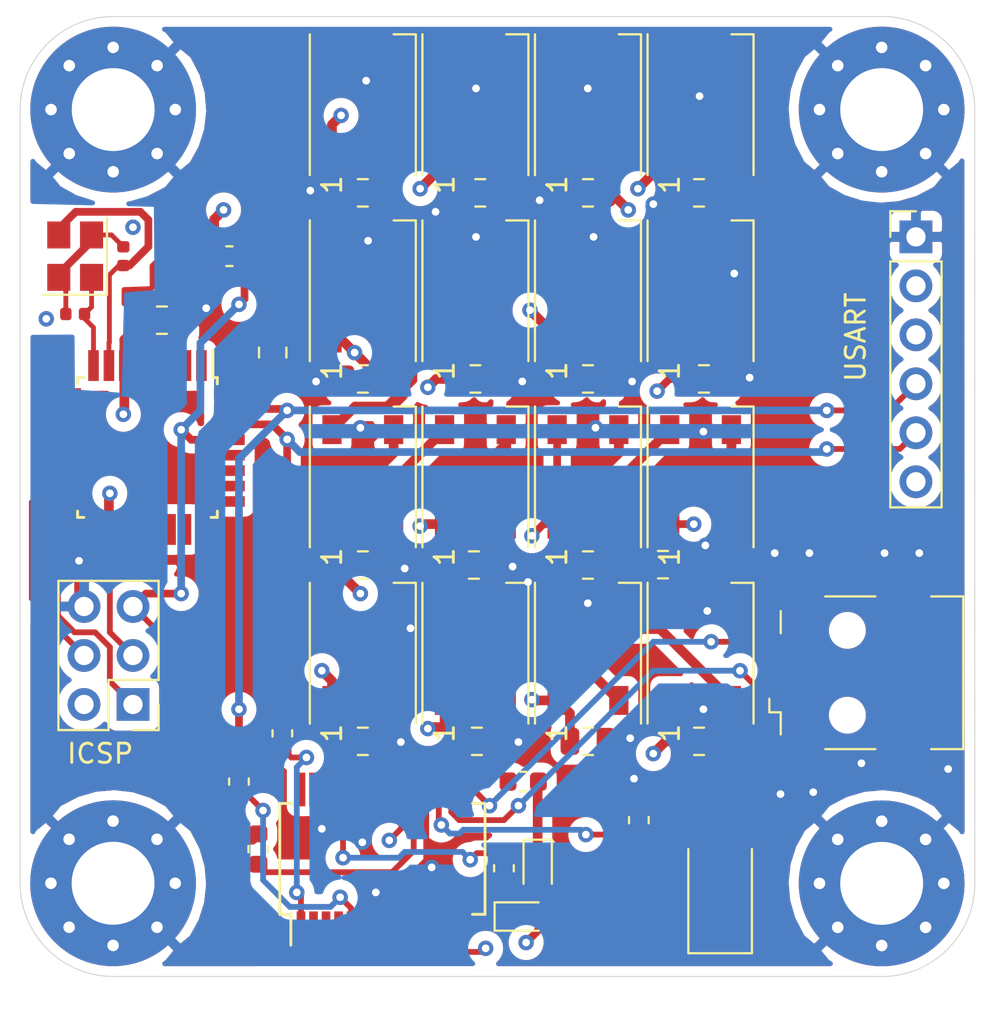
<source format=kicad_pcb>
(kicad_pcb (version 20171130) (host pcbnew "(5.1.6)-1")
  (layers (0 F.Cu signal) (1 In1.Cu power) (2 In2.Cu power) (31 B.Cu signal) (34 B.Paste user) (35 F.Paste user) (36 B.SilkS user) (37 F.SilkS user) (38 B.Mask user) (39 F.Mask user) (44 Edge.Cuts user))
  (net 0 "")
  (net 1 +5V)
  (net 2 GND)
  (net 3 "Net-(C2-Pad1)")
  (net 4 XTAL2)
  (net 5 "Net-(C3-Pad2)")
  (net 6 XTAL1)
  (net 7 "Net-(C21-Pad1)")
  (net 8 Reset)
  (net 9 "Net-(C22-Pad2)")
  (net 10 "Net-(C23-Pad1)")
  (net 11 "Net-(D1-Pad2)")
  (net 12 D2)
  (net 13 "Net-(D2-Pad2)")
  (net 14 "Net-(D3-Pad2)")
  (net 15 LED_ROW2)
  (net 16 "Net-(D5-Pad2)")
  (net 17 "Net-(D6-Pad2)")
  (net 18 "Net-(D7-Pad2)")
  (net 19 LED_ROW3)
  (net 20 "Net-(D10-Pad4)")
  (net 21 "Net-(D10-Pad2)")
  (net 22 "Net-(D11-Pad2)")
  (net 23 LED_ROW4)
  (net 24 "Net-(D13-Pad2)")
  (net 25 "Net-(D14-Pad2)")
  (net 26 "Net-(D15-Pad2)")
  (net 27 "Net-(D16-Pad2)")
  (net 28 "Net-(D17-Pad1)")
  (net 29 VUSB)
  (net 30 "Net-(D19-Pad1)")
  (net 31 MISO)
  (net 32 SCK)
  (net 33 MOSI)
  (net 34 "Net-(J2-Pad2)")
  (net 35 TXD)
  (net 36 RXD)
  (net 37 "Net-(J2-Pad6)")
  (net 38 "Net-(J3-Pad2)")
  (net 39 "Net-(J3-Pad3)")
  (net 40 "Net-(J3-Pad4)")
  (net 41 "Net-(R2-Pad2)")
  (net 42 "Net-(R3-Pad2)")
  (net 43 "Net-(R4-Pad2)")
  (net 44 "Net-(R5-Pad2)")
  (net 45 "Net-(R6-Pad2)")
  (net 46 "Net-(U1-Pad1)")
  (net 47 "Net-(U1-Pad2)")
  (net 48 "Net-(U1-Pad9)")
  (net 49 "Net-(U1-Pad10)")
  (net 50 "Net-(U1-Pad11)")
  (net 51 "Net-(U1-Pad12)")
  (net 52 "Net-(U1-Pad13)")
  (net 53 "Net-(U1-Pad14)")
  (net 54 "Net-(U1-Pad19)")
  (net 55 "Net-(U1-Pad22)")
  (net 56 "Net-(U1-Pad23)")
  (net 57 "Net-(U1-Pad24)")
  (net 58 "Net-(U1-Pad25)")
  (net 59 "Net-(U1-Pad26)")
  (net 60 "Net-(U1-Pad27)")
  (net 61 "Net-(U1-Pad28)")
  (net 62 "Net-(U2-Pad3)")
  (net 63 "Net-(U2-Pad6)")
  (net 64 "Net-(U2-Pad9)")
  (net 65 "Net-(U2-Pad10)")
  (net 66 "Net-(U2-Pad11)")
  (net 67 "Net-(U2-Pad12)")
  (net 68 "Net-(U2-Pad13)")
  (net 69 "Net-(U2-Pad14)")
  (net 70 "Net-(U2-Pad26)")
  (net 71 "Net-(U2-Pad27)")
  (net 72 "Net-(U2-Pad28)")
  (module MountingHole:MountingHole_4.3mm_M4_Pad_Via (layer F.Cu) (at 69.85 113.03)
    (fp_text reference H4)
    (fp_text value MountingHole_Pad)
    (pad 1 thru_hole circle (at 0 0) (size 8.6 8.6) (drill 4.3) (layers *.Cu *.Mask) (net 2 GND))
    (pad 1 thru_hole circle (at 3.225 0) (size 0.9 0.9) (drill 0.6) (layers *.Cu *.Mask) (net 2 GND))
    (pad 1 thru_hole circle (at 2.280419 2.280419) (size 0.9 0.9) (drill 0.6) (layers *.Cu *.Mask) (net 2 GND))
    (pad 1 thru_hole circle (at 0 3.225) (size 0.9 0.9) (drill 0.6) (layers *.Cu *.Mask) (net 2 GND))
    (pad 1 thru_hole circle (at -2.280419 2.280419) (size 0.9 0.9) (drill 0.6) (layers *.Cu *.Mask) (net 2 GND))
    (pad 1 thru_hole circle (at -3.225 0) (size 0.9 0.9) (drill 0.6) (layers *.Cu *.Mask) (net 2 GND))
    (pad 1 thru_hole circle (at -2.280419 -2.280419) (size 0.9 0.9) (drill 0.6) (layers *.Cu *.Mask) (net 2 GND))
    (pad 1 thru_hole circle (at 0 -3.225) (size 0.9 0.9) (drill 0.6) (layers *.Cu *.Mask) (net 2 GND))
    (pad 1 thru_hole circle (at 2.280419 -2.280419) (size 0.9 0.9) (drill 0.6) (layers *.Cu *.Mask) (net 2 GND))
  )
  (module Capacitor_SMD:C_0805_2012Metric (layer F.Cu) (at 32.5 83.82 180)
    (fp_text reference C1)
    (fp_text value 10u)
    (pad 2 smd roundrect (at 0.9375 0 180) (size 0.975 1.4) (layers F.Cu F.Paste F.Mask) (net 1 +5V))
    (pad 1 smd roundrect (at -0.9375 0 180) (size 0.975 1.4) (layers F.Cu F.Paste F.Mask) (net 2 GND))
  )
  (module Capacitor_SMD:C_0402_1005Metric (layer F.Cu) (at 32 96.25)
    (fp_text reference C2)
    (fp_text value 0.1u)
    (pad 2 smd roundrect (at 0.485 0) (size 0.59 0.64) (layers F.Cu F.Paste F.Mask) (net 2 GND))
    (pad 1 smd roundrect (at -0.485 0) (size 0.59 0.64) (layers F.Cu F.Paste F.Mask) (net 3 "Net-(C2-Pad1)"))
  )
  (module Capacitor_SMD:C_0402_1005Metric (layer F.Cu) (at 28 83.5 180)
    (fp_text reference C3)
    (fp_text value 22p)
    (pad 1 smd roundrect (at -0.485 0 180) (size 0.59 0.64) (layers F.Cu F.Paste F.Mask) (net 4 XTAL2))
    (pad 2 smd roundrect (at 0.485 0 180) (size 0.59 0.64) (layers F.Cu F.Paste F.Mask) (net 5 "Net-(C3-Pad2)"))
  )
  (module Capacitor_SMD:C_0402_1005Metric (layer F.Cu) (at 30.5 80.5 90)
    (fp_text reference C4)
    (fp_text value 22p)
    (pad 2 smd roundrect (at 0.485 0 90) (size 0.59 0.64) (layers F.Cu F.Paste F.Mask) (net 5 "Net-(C3-Pad2)"))
    (pad 1 smd roundrect (at -0.485 0 90) (size 0.59 0.64) (layers F.Cu F.Paste F.Mask) (net 6 XTAL1))
  )
  (module Capacitor_SMD:C_0805_2012Metric (layer F.Cu) (at 42.926 77.216 180)
    (fp_text reference C5)
    (fp_text value 0.1u)
    (pad 1 smd roundrect (at -0.9375 0 180) (size 0.975 1.4) (layers F.Cu F.Paste F.Mask) (net 1 +5V))
    (pad 2 smd roundrect (at 0.9375 0 180) (size 0.975 1.4) (layers F.Cu F.Paste F.Mask) (net 2 GND))
  )
  (module Capacitor_SMD:C_0805_2012Metric (layer F.Cu) (at 49.022 77.216 180)
    (fp_text reference C6)
    (fp_text value 0.1u)
    (pad 2 smd roundrect (at 0.9375 0 180) (size 0.975 1.4) (layers F.Cu F.Paste F.Mask) (net 2 GND))
    (pad 1 smd roundrect (at -0.9375 0 180) (size 0.975 1.4) (layers F.Cu F.Paste F.Mask) (net 1 +5V))
  )
  (module Capacitor_SMD:C_0805_2012Metric (layer F.Cu) (at 54.61 77.216 180)
    (fp_text reference C7)
    (fp_text value 0.1u)
    (pad 1 smd roundrect (at -0.9375 0 180) (size 0.975 1.4) (layers F.Cu F.Paste F.Mask) (net 1 +5V))
    (pad 2 smd roundrect (at 0.9375 0 180) (size 0.975 1.4) (layers F.Cu F.Paste F.Mask) (net 2 GND))
  )
  (module Capacitor_SMD:C_0805_2012Metric (layer F.Cu) (at 60.3735 77.216 180)
    (fp_text reference C8)
    (fp_text value 0.1u)
    (pad 2 smd roundrect (at 0.9375 0 180) (size 0.975 1.4) (layers F.Cu F.Paste F.Mask) (net 2 GND))
    (pad 1 smd roundrect (at -0.9375 0 180) (size 0.975 1.4) (layers F.Cu F.Paste F.Mask) (net 1 +5V))
  )
  (module Capacitor_SMD:C_0805_2012Metric (layer F.Cu) (at 48.8465 105.664)
    (fp_text reference C9)
    (fp_text value 0.1u)
    (pad 1 smd roundrect (at -0.9375 0) (size 0.975 1.4) (layers F.Cu F.Paste F.Mask) (net 1 +5V))
    (pad 2 smd roundrect (at 0.9375 0) (size 0.975 1.4) (layers F.Cu F.Paste F.Mask) (net 2 GND))
  )
  (module Capacitor_SMD:C_0805_2012Metric (layer F.Cu) (at 54.61 105.664)
    (fp_text reference C10)
    (fp_text value 0.1u)
    (pad 2 smd roundrect (at 0.9375 0) (size 0.975 1.4) (layers F.Cu F.Paste F.Mask) (net 2 GND))
    (pad 1 smd roundrect (at -0.9375 0) (size 0.975 1.4) (layers F.Cu F.Paste F.Mask) (net 1 +5V))
  )
  (module Capacitor_SMD:C_0805_2012Metric (layer F.Cu) (at 60.3735 105.664)
    (fp_text reference C11)
    (fp_text value 0.1u)
    (pad 1 smd roundrect (at -0.9375 0) (size 0.975 1.4) (layers F.Cu F.Paste F.Mask) (net 1 +5V))
    (pad 2 smd roundrect (at 0.9375 0) (size 0.975 1.4) (layers F.Cu F.Paste F.Mask) (net 2 GND))
  )
  (module Capacitor_SMD:C_0805_2012Metric (layer F.Cu) (at 42.926 86.868 180)
    (fp_text reference C12)
    (fp_text value 0.1u)
    (pad 1 smd roundrect (at -0.9375 0 180) (size 0.975 1.4) (layers F.Cu F.Paste F.Mask) (net 1 +5V))
    (pad 2 smd roundrect (at 0.9375 0 180) (size 0.975 1.4) (layers F.Cu F.Paste F.Mask) (net 2 GND))
  )
  (module Capacitor_SMD:C_0805_2012Metric (layer F.Cu) (at 48.768 86.868)
    (fp_text reference C13)
    (fp_text value 0.1u)
    (pad 2 smd roundrect (at 0.9375 0) (size 0.975 1.4) (layers F.Cu F.Paste F.Mask) (net 2 GND))
    (pad 1 smd roundrect (at -0.9375 0) (size 0.975 1.4) (layers F.Cu F.Paste F.Mask) (net 1 +5V))
  )
  (module Capacitor_SMD:C_0805_2012Metric (layer F.Cu) (at 54.61 86.868)
    (fp_text reference C14)
    (fp_text value 0.1u)
    (pad 2 smd roundrect (at 0.9375 0) (size 0.975 1.4) (layers F.Cu F.Paste F.Mask) (net 2 GND))
    (pad 1 smd roundrect (at -0.9375 0) (size 0.975 1.4) (layers F.Cu F.Paste F.Mask) (net 1 +5V))
  )
  (module Capacitor_SMD:C_0805_2012Metric (layer F.Cu) (at 60.6275 86.868)
    (fp_text reference C15)
    (fp_text value 0.1u)
    (pad 1 smd roundrect (at -0.9375 0) (size 0.975 1.4) (layers F.Cu F.Paste F.Mask) (net 1 +5V))
    (pad 2 smd roundrect (at 0.9375 0) (size 0.975 1.4) (layers F.Cu F.Paste F.Mask) (net 2 GND))
  )
  (module Capacitor_SMD:C_0805_2012Metric (layer F.Cu) (at 42.926 96.52)
    (fp_text reference C16)
    (fp_text value 0.1u)
    (pad 1 smd roundrect (at -0.9375 0) (size 0.975 1.4) (layers F.Cu F.Paste F.Mask) (net 1 +5V))
    (pad 2 smd roundrect (at 0.9375 0) (size 0.975 1.4) (layers F.Cu F.Paste F.Mask) (net 2 GND))
  )
  (module Capacitor_SMD:C_0805_2012Metric (layer F.Cu) (at 48.6895 96.52)
    (fp_text reference C17)
    (fp_text value 0.1u)
    (pad 2 smd roundrect (at 0.9375 0) (size 0.975 1.4) (layers F.Cu F.Paste F.Mask) (net 2 GND))
    (pad 1 smd roundrect (at -0.9375 0) (size 0.975 1.4) (layers F.Cu F.Paste F.Mask) (net 1 +5V))
  )
  (module Capacitor_SMD:C_0805_2012Metric (layer F.Cu) (at 54.61 96.52)
    (fp_text reference C18)
    (fp_text value 0.1u)
    (pad 1 smd roundrect (at -0.9375 0) (size 0.975 1.4) (layers F.Cu F.Paste F.Mask) (net 1 +5V))
    (pad 2 smd roundrect (at 0.9375 0) (size 0.975 1.4) (layers F.Cu F.Paste F.Mask) (net 2 GND))
  )
  (module Capacitor_SMD:C_0805_2012Metric (layer F.Cu) (at 58.5 96.5)
    (fp_text reference C19)
    (fp_text value 0.1u)
    (pad 2 smd roundrect (at 0.9375 0) (size 0.975 1.4) (layers F.Cu F.Paste F.Mask) (net 2 GND))
    (pad 1 smd roundrect (at -0.9375 0) (size 0.975 1.4) (layers F.Cu F.Paste F.Mask) (net 1 +5V))
  )
  (module Capacitor_SMD:C_0805_2012Metric (layer F.Cu) (at 42.926 105.664)
    (fp_text reference C20)
    (fp_text value 0.1u)
    (pad 1 smd roundrect (at -0.9375 0) (size 0.975 1.4) (layers F.Cu F.Paste F.Mask) (net 1 +5V))
    (pad 2 smd roundrect (at 0.9375 0) (size 0.975 1.4) (layers F.Cu F.Paste F.Mask) (net 2 GND))
  )
  (module Capacitor_SMD:C_0603_1608Metric (layer F.Cu) (at 57.25 109.75 90)
    (fp_text reference C21)
    (fp_text value 0.1u)
    (pad 2 smd roundrect (at 0.7875 0 90) (size 0.875 0.95) (layers F.Cu F.Paste F.Mask) (net 2 GND))
    (pad 1 smd roundrect (at -0.7875 0 90) (size 0.875 0.95) (layers F.Cu F.Paste F.Mask) (net 7 "Net-(C21-Pad1)"))
  )
  (module Capacitor_SMD:C_0402_1005Metric (layer F.Cu) (at 36 111.25 270)
    (fp_text reference C22)
    (fp_text value 0.1u)
    (pad 1 smd roundrect (at -0.485 0 270) (size 0.59 0.64) (layers F.Cu F.Paste F.Mask) (net 8 Reset))
    (pad 2 smd roundrect (at 0.485 0 270) (size 0.59 0.64) (layers F.Cu F.Paste F.Mask) (net 9 "Net-(C22-Pad2)"))
  )
  (module Capacitor_SMD:C_0603_1608Metric (layer F.Cu) (at 37.5 111.25 90)
    (fp_text reference C23)
    (fp_text value 0.1u)
    (pad 1 smd roundrect (at -0.7875 0 90) (size 0.875 0.95) (layers F.Cu F.Paste F.Mask) (net 10 "Net-(C23-Pad1)"))
    (pad 2 smd roundrect (at 0.7875 0 90) (size 0.875 0.95) (layers F.Cu F.Paste F.Mask) (net 8 Reset))
  )
  (module LED_SMD:LED_WS2812B_PLCC4_5.0x5.0mm_P3.2mm (layer F.Cu) (at 42.926 72.644 90)
    (fp_text reference D1)
    (fp_text value WS2812B)
    (fp_text user 1 (at -4.15 -1.6 90) (layer F.SilkS))
    (pad 1 smd rect (at -2.45 -1.6 90) (size 1.5 1) (layers F.Cu F.Paste F.Mask) (net 1 +5V))
    (pad 2 smd rect (at -2.45 1.6 90) (size 1.5 1) (layers F.Cu F.Paste F.Mask) (net 11 "Net-(D1-Pad2)"))
    (pad 4 smd rect (at 2.45 -1.6 90) (size 1.5 1) (layers F.Cu F.Paste F.Mask) (net 12 D2))
    (pad 3 smd rect (at 2.45 1.6 90) (size 1.5 1) (layers F.Cu F.Paste F.Mask) (net 2 GND))
  )
  (module LED_SMD:LED_WS2812B_PLCC4_5.0x5.0mm_P3.2mm (layer F.Cu) (at 48.768 72.644 90)
    (fp_text reference D2)
    (fp_text value WS2812B)
    (fp_text user 1 (at -4.15 -1.6 90) (layer F.SilkS))
    (pad 3 smd rect (at 2.45 1.6 90) (size 1.5 1) (layers F.Cu F.Paste F.Mask) (net 2 GND))
    (pad 4 smd rect (at 2.45 -1.6 90) (size 1.5 1) (layers F.Cu F.Paste F.Mask) (net 11 "Net-(D1-Pad2)"))
    (pad 2 smd rect (at -2.45 1.6 90) (size 1.5 1) (layers F.Cu F.Paste F.Mask) (net 13 "Net-(D2-Pad2)"))
    (pad 1 smd rect (at -2.45 -1.6 90) (size 1.5 1) (layers F.Cu F.Paste F.Mask) (net 1 +5V))
  )
  (module LED_SMD:LED_WS2812B_PLCC4_5.0x5.0mm_P3.2mm (layer F.Cu) (at 54.61 72.644 90)
    (fp_text reference D3)
    (fp_text value WS2812B)
    (fp_text user 1 (at -4.15 -1.6 90) (layer F.SilkS))
    (pad 1 smd rect (at -2.45 -1.6 90) (size 1.5 1) (layers F.Cu F.Paste F.Mask) (net 1 +5V))
    (pad 2 smd rect (at -2.45 1.6 90) (size 1.5 1) (layers F.Cu F.Paste F.Mask) (net 14 "Net-(D3-Pad2)"))
    (pad 4 smd rect (at 2.45 -1.6 90) (size 1.5 1) (layers F.Cu F.Paste F.Mask) (net 13 "Net-(D2-Pad2)"))
    (pad 3 smd rect (at 2.45 1.6 90) (size 1.5 1) (layers F.Cu F.Paste F.Mask) (net 2 GND))
  )
  (module LED_SMD:LED_WS2812B_PLCC4_5.0x5.0mm_P3.2mm (layer F.Cu) (at 60.452 72.644 90)
    (fp_text reference D4)
    (fp_text value WS2812B)
    (fp_text user 1 (at -4.15 -1.6 90) (layer F.SilkS))
    (pad 3 smd rect (at 2.45 1.6 90) (size 1.5 1) (layers F.Cu F.Paste F.Mask) (net 2 GND))
    (pad 4 smd rect (at 2.45 -1.6 90) (size 1.5 1) (layers F.Cu F.Paste F.Mask) (net 14 "Net-(D3-Pad2)"))
    (pad 2 smd rect (at -2.45 1.6 90) (size 1.5 1) (layers F.Cu F.Paste F.Mask) (net 15 LED_ROW2))
    (pad 1 smd rect (at -2.45 -1.6 90) (size 1.5 1) (layers F.Cu F.Paste F.Mask) (net 1 +5V))
  )
  (module LED_SMD:LED_WS2812B_PLCC4_5.0x5.0mm_P3.2mm (layer F.Cu) (at 60.452 82.296 90)
    (fp_text reference D5)
    (fp_text value WS2812B)
    (fp_text user 1 (at -4.15 -1.6 90) (layer F.SilkS))
    (pad 3 smd rect (at 2.45 1.6 90) (size 1.5 1) (layers F.Cu F.Paste F.Mask) (net 2 GND))
    (pad 4 smd rect (at 2.45 -1.6 90) (size 1.5 1) (layers F.Cu F.Paste F.Mask) (net 15 LED_ROW2))
    (pad 2 smd rect (at -2.45 1.6 90) (size 1.5 1) (layers F.Cu F.Paste F.Mask) (net 16 "Net-(D5-Pad2)"))
    (pad 1 smd rect (at -2.45 -1.6 90) (size 1.5 1) (layers F.Cu F.Paste F.Mask) (net 1 +5V))
  )
  (module LED_SMD:LED_WS2812B_PLCC4_5.0x5.0mm_P3.2mm (layer F.Cu) (at 54.61 82.296 90)
    (fp_text reference D6)
    (fp_text value WS2812B)
    (fp_text user 1 (at -4.15 -1.6 90) (layer F.SilkS))
    (pad 1 smd rect (at -2.45 -1.6 90) (size 1.5 1) (layers F.Cu F.Paste F.Mask) (net 1 +5V))
    (pad 2 smd rect (at -2.45 1.6 90) (size 1.5 1) (layers F.Cu F.Paste F.Mask) (net 17 "Net-(D6-Pad2)"))
    (pad 4 smd rect (at 2.45 -1.6 90) (size 1.5 1) (layers F.Cu F.Paste F.Mask) (net 16 "Net-(D5-Pad2)"))
    (pad 3 smd rect (at 2.45 1.6 90) (size 1.5 1) (layers F.Cu F.Paste F.Mask) (net 2 GND))
  )
  (module LED_SMD:LED_WS2812B_PLCC4_5.0x5.0mm_P3.2mm (layer F.Cu) (at 48.768 82.296 90)
    (fp_text reference D7)
    (fp_text value WS2812B)
    (fp_text user 1 (at -4.15 -1.6 90) (layer F.SilkS))
    (pad 3 smd rect (at 2.45 1.6 90) (size 1.5 1) (layers F.Cu F.Paste F.Mask) (net 2 GND))
    (pad 4 smd rect (at 2.45 -1.6 90) (size 1.5 1) (layers F.Cu F.Paste F.Mask) (net 17 "Net-(D6-Pad2)"))
    (pad 2 smd rect (at -2.45 1.6 90) (size 1.5 1) (layers F.Cu F.Paste F.Mask) (net 18 "Net-(D7-Pad2)"))
    (pad 1 smd rect (at -2.45 -1.6 90) (size 1.5 1) (layers F.Cu F.Paste F.Mask) (net 1 +5V))
  )
  (module LED_SMD:LED_WS2812B_PLCC4_5.0x5.0mm_P3.2mm (layer F.Cu) (at 42.926 82.296 90)
    (fp_text reference D8)
    (fp_text value WS2812B)
    (fp_text user 1 (at -4.15 -1.6 90) (layer F.SilkS))
    (pad 1 smd rect (at -2.45 -1.6 90) (size 1.5 1) (layers F.Cu F.Paste F.Mask) (net 1 +5V))
    (pad 2 smd rect (at -2.45 1.6 90) (size 1.5 1) (layers F.Cu F.Paste F.Mask) (net 19 LED_ROW3))
    (pad 4 smd rect (at 2.45 -1.6 90) (size 1.5 1) (layers F.Cu F.Paste F.Mask) (net 18 "Net-(D7-Pad2)"))
    (pad 3 smd rect (at 2.45 1.6 90) (size 1.5 1) (layers F.Cu F.Paste F.Mask) (net 2 GND))
  )
  (module LED_SMD:LED_WS2812B_PLCC4_5.0x5.0mm_P3.2mm (layer F.Cu) (at 42.926 91.948 90)
    (fp_text reference D9)
    (fp_text value WS2812B)
    (fp_text user 1 (at -4.15 -1.6 90) (layer F.SilkS))
    (pad 3 smd rect (at 2.45 1.6 90) (size 1.5 1) (layers F.Cu F.Paste F.Mask) (net 2 GND))
    (pad 4 smd rect (at 2.45 -1.6 90) (size 1.5 1) (layers F.Cu F.Paste F.Mask) (net 19 LED_ROW3))
    (pad 2 smd rect (at -2.45 1.6 90) (size 1.5 1) (layers F.Cu F.Paste F.Mask) (net 20 "Net-(D10-Pad4)"))
    (pad 1 smd rect (at -2.45 -1.6 90) (size 1.5 1) (layers F.Cu F.Paste F.Mask) (net 1 +5V))
  )
  (module LED_SMD:LED_WS2812B_PLCC4_5.0x5.0mm_P3.2mm (layer F.Cu) (at 48.768 91.948 90)
    (fp_text reference D10)
    (fp_text value WS2812B)
    (fp_text user 1 (at -4.15 -1.6 90) (layer F.SilkS))
    (pad 1 smd rect (at -2.45 -1.6 90) (size 1.5 1) (layers F.Cu F.Paste F.Mask) (net 1 +5V))
    (pad 2 smd rect (at -2.45 1.6 90) (size 1.5 1) (layers F.Cu F.Paste F.Mask) (net 21 "Net-(D10-Pad2)"))
    (pad 4 smd rect (at 2.45 -1.6 90) (size 1.5 1) (layers F.Cu F.Paste F.Mask) (net 20 "Net-(D10-Pad4)"))
    (pad 3 smd rect (at 2.45 1.6 90) (size 1.5 1) (layers F.Cu F.Paste F.Mask) (net 2 GND))
  )
  (module LED_SMD:LED_WS2812B_PLCC4_5.0x5.0mm_P3.2mm (layer F.Cu) (at 54.61 91.948 90)
    (fp_text reference D11)
    (fp_text value WS2812B)
    (fp_text user 1 (at -4.15 -1.6 90) (layer F.SilkS))
    (pad 3 smd rect (at 2.45 1.6 90) (size 1.5 1) (layers F.Cu F.Paste F.Mask) (net 2 GND))
    (pad 4 smd rect (at 2.45 -1.6 90) (size 1.5 1) (layers F.Cu F.Paste F.Mask) (net 21 "Net-(D10-Pad2)"))
    (pad 2 smd rect (at -2.45 1.6 90) (size 1.5 1) (layers F.Cu F.Paste F.Mask) (net 22 "Net-(D11-Pad2)"))
    (pad 1 smd rect (at -2.45 -1.6 90) (size 1.5 1) (layers F.Cu F.Paste F.Mask) (net 1 +5V))
  )
  (module LED_SMD:LED_WS2812B_PLCC4_5.0x5.0mm_P3.2mm (layer F.Cu) (at 60.452 91.948 90)
    (fp_text reference D12)
    (fp_text value WS2812B)
    (fp_text user 1 (at -4.15 -1.6 90) (layer F.SilkS))
    (pad 1 smd rect (at -2.45 -1.6 90) (size 1.5 1) (layers F.Cu F.Paste F.Mask) (net 1 +5V))
    (pad 2 smd rect (at -2.45 1.6 90) (size 1.5 1) (layers F.Cu F.Paste F.Mask) (net 23 LED_ROW4))
    (pad 4 smd rect (at 2.45 -1.6 90) (size 1.5 1) (layers F.Cu F.Paste F.Mask) (net 22 "Net-(D11-Pad2)"))
    (pad 3 smd rect (at 2.45 1.6 90) (size 1.5 1) (layers F.Cu F.Paste F.Mask) (net 2 GND))
  )
  (module LED_SMD:LED_WS2812B_PLCC4_5.0x5.0mm_P3.2mm (layer F.Cu) (at 60.452 101.092 90)
    (fp_text reference D13)
    (fp_text value WS2812B)
    (fp_text user 1 (at -4.15 -1.6 90) (layer F.SilkS))
    (pad 3 smd rect (at 2.45 1.6 90) (size 1.5 1) (layers F.Cu F.Paste F.Mask) (net 2 GND))
    (pad 4 smd rect (at 2.45 -1.6 90) (size 1.5 1) (layers F.Cu F.Paste F.Mask) (net 23 LED_ROW4))
    (pad 2 smd rect (at -2.45 1.6 90) (size 1.5 1) (layers F.Cu F.Paste F.Mask) (net 24 "Net-(D13-Pad2)"))
    (pad 1 smd rect (at -2.45 -1.6 90) (size 1.5 1) (layers F.Cu F.Paste F.Mask) (net 1 +5V))
  )
  (module LED_SMD:LED_WS2812B_PLCC4_5.0x5.0mm_P3.2mm (layer F.Cu) (at 54.61 101.092 90)
    (fp_text reference D14)
    (fp_text value WS2812B)
    (fp_text user 1 (at -4.15 -1.6 90) (layer F.SilkS))
    (pad 1 smd rect (at -2.45 -1.6 90) (size 1.5 1) (layers F.Cu F.Paste F.Mask) (net 1 +5V))
    (pad 2 smd rect (at -2.45 1.6 90) (size 1.5 1) (layers F.Cu F.Paste F.Mask) (net 25 "Net-(D14-Pad2)"))
    (pad 4 smd rect (at 2.45 -1.6 90) (size 1.5 1) (layers F.Cu F.Paste F.Mask) (net 24 "Net-(D13-Pad2)"))
    (pad 3 smd rect (at 2.45 1.6 90) (size 1.5 1) (layers F.Cu F.Paste F.Mask) (net 2 GND))
  )
  (module LED_SMD:LED_WS2812B_PLCC4_5.0x5.0mm_P3.2mm (layer F.Cu) (at 48.768 101.092 90)
    (fp_text reference D15)
    (fp_text value WS2812B)
    (fp_text user 1 (at -4.15 -1.6 90) (layer F.SilkS))
    (pad 3 smd rect (at 2.45 1.6 90) (size 1.5 1) (layers F.Cu F.Paste F.Mask) (net 2 GND))
    (pad 4 smd rect (at 2.45 -1.6 90) (size 1.5 1) (layers F.Cu F.Paste F.Mask) (net 25 "Net-(D14-Pad2)"))
    (pad 2 smd rect (at -2.45 1.6 90) (size 1.5 1) (layers F.Cu F.Paste F.Mask) (net 26 "Net-(D15-Pad2)"))
    (pad 1 smd rect (at -2.45 -1.6 90) (size 1.5 1) (layers F.Cu F.Paste F.Mask) (net 1 +5V))
  )
  (module LED_SMD:LED_WS2812B_PLCC4_5.0x5.0mm_P3.2mm (layer F.Cu) (at 42.926 101.092 90)
    (fp_text reference D16)
    (fp_text value WS2812B)
    (fp_text user 1 (at -4.15 -1.6 90) (layer F.SilkS))
    (pad 1 smd rect (at -2.45 -1.6 90) (size 1.5 1) (layers F.Cu F.Paste F.Mask) (net 1 +5V))
    (pad 2 smd rect (at -2.45 1.6 90) (size 1.5 1) (layers F.Cu F.Paste F.Mask) (net 27 "Net-(D16-Pad2)"))
    (pad 4 smd rect (at 2.45 -1.6 90) (size 1.5 1) (layers F.Cu F.Paste F.Mask) (net 26 "Net-(D15-Pad2)"))
    (pad 3 smd rect (at 2.45 1.6 90) (size 1.5 1) (layers F.Cu F.Paste F.Mask) (net 2 GND))
  )
  (module LED_SMD:LED_0603_1608Metric (layer F.Cu) (at 51.25 114.75)
    (fp_text reference D17)
    (fp_text value KT-0603R)
    (pad 2 smd roundrect (at 0.7875 0) (size 0.875 0.95) (layers F.Cu F.Paste F.Mask) (net 1 +5V))
    (pad 1 smd roundrect (at -0.7875 0) (size 0.875 0.95) (layers F.Cu F.Paste F.Mask) (net 28 "Net-(D17-Pad1)"))
  )
  (module Diode_SMD:D_SMA (layer F.Cu) (at 61.468 113.252 90)
    (fp_text reference D18)
    (fp_text value SS210)
    (pad 1 smd rect (at -2 0 90) (size 2.5 1.8) (layers F.Cu F.Paste F.Mask) (net 1 +5V))
    (pad 2 smd rect (at 2 0 90) (size 2.5 1.8) (layers F.Cu F.Paste F.Mask) (net 29 VUSB))
  )
  (module LED_SMD:LED_0603_1608Metric (layer F.Cu) (at 52 112.25 270)
    (fp_text reference D19)
    (fp_text value KT-0603R)
    (pad 1 smd roundrect (at -0.7875 0 270) (size 0.875 0.95) (layers F.Cu F.Paste F.Mask) (net 30 "Net-(D19-Pad1)"))
    (pad 2 smd roundrect (at 0.7875 0 270) (size 0.875 0.95) (layers F.Cu F.Paste F.Mask) (net 1 +5V))
  )
  (module MountingHole:MountingHole_4.3mm_M4_Pad_Via (layer F.Cu) (at 29.972 72.898)
    (fp_text reference H1)
    (fp_text value MountingHole_Pad)
    (pad 1 thru_hole circle (at 2.280419 -2.280419) (size 0.9 0.9) (drill 0.6) (layers *.Cu *.Mask) (net 2 GND))
    (pad 1 thru_hole circle (at 0 -3.225) (size 0.9 0.9) (drill 0.6) (layers *.Cu *.Mask) (net 2 GND))
    (pad 1 thru_hole circle (at -2.280419 -2.280419) (size 0.9 0.9) (drill 0.6) (layers *.Cu *.Mask) (net 2 GND))
    (pad 1 thru_hole circle (at -3.225 0) (size 0.9 0.9) (drill 0.6) (layers *.Cu *.Mask) (net 2 GND))
    (pad 1 thru_hole circle (at -2.280419 2.280419) (size 0.9 0.9) (drill 0.6) (layers *.Cu *.Mask) (net 2 GND))
    (pad 1 thru_hole circle (at 0 3.225) (size 0.9 0.9) (drill 0.6) (layers *.Cu *.Mask) (net 2 GND))
    (pad 1 thru_hole circle (at 2.280419 2.280419) (size 0.9 0.9) (drill 0.6) (layers *.Cu *.Mask) (net 2 GND))
    (pad 1 thru_hole circle (at 3.225 0) (size 0.9 0.9) (drill 0.6) (layers *.Cu *.Mask) (net 2 GND))
    (pad 1 thru_hole circle (at 0 0) (size 8.6 8.6) (drill 4.3) (layers *.Cu *.Mask) (net 2 GND))
  )
  (module MountingHole:MountingHole_4.3mm_M4_Pad_Via (layer F.Cu) (at 69.85 72.898)
    (fp_text reference H2)
    (fp_text value MountingHole_Pad)
    (pad 1 thru_hole circle (at 0 0) (size 8.6 8.6) (drill 4.3) (layers *.Cu *.Mask) (net 2 GND))
    (pad 1 thru_hole circle (at 3.225 0) (size 0.9 0.9) (drill 0.6) (layers *.Cu *.Mask) (net 2 GND))
    (pad 1 thru_hole circle (at 2.280419 2.280419) (size 0.9 0.9) (drill 0.6) (layers *.Cu *.Mask) (net 2 GND))
    (pad 1 thru_hole circle (at 0 3.225) (size 0.9 0.9) (drill 0.6) (layers *.Cu *.Mask) (net 2 GND))
    (pad 1 thru_hole circle (at -2.280419 2.280419) (size 0.9 0.9) (drill 0.6) (layers *.Cu *.Mask) (net 2 GND))
    (pad 1 thru_hole circle (at -3.225 0) (size 0.9 0.9) (drill 0.6) (layers *.Cu *.Mask) (net 2 GND))
    (pad 1 thru_hole circle (at -2.280419 -2.280419) (size 0.9 0.9) (drill 0.6) (layers *.Cu *.Mask) (net 2 GND))
    (pad 1 thru_hole circle (at 0 -3.225) (size 0.9 0.9) (drill 0.6) (layers *.Cu *.Mask) (net 2 GND))
    (pad 1 thru_hole circle (at 2.280419 -2.280419) (size 0.9 0.9) (drill 0.6) (layers *.Cu *.Mask) (net 2 GND))
  )
  (module MountingHole:MountingHole_4.3mm_M4_Pad_Via (layer F.Cu) (at 29.966419 113.024419)
    (fp_text reference H3)
    (fp_text value MountingHole_Pad)
    (pad 1 thru_hole circle (at 2.280419 -2.280419) (size 0.9 0.9) (drill 0.6) (layers *.Cu *.Mask) (net 2 GND))
    (pad 1 thru_hole circle (at 0 -3.225) (size 0.9 0.9) (drill 0.6) (layers *.Cu *.Mask) (net 2 GND))
    (pad 1 thru_hole circle (at -2.280419 -2.280419) (size 0.9 0.9) (drill 0.6) (layers *.Cu *.Mask) (net 2 GND))
    (pad 1 thru_hole circle (at -3.225 0) (size 0.9 0.9) (drill 0.6) (layers *.Cu *.Mask) (net 2 GND))
    (pad 1 thru_hole circle (at -2.280419 2.280419) (size 0.9 0.9) (drill 0.6) (layers *.Cu *.Mask) (net 2 GND))
    (pad 1 thru_hole circle (at 0 3.225) (size 0.9 0.9) (drill 0.6) (layers *.Cu *.Mask) (net 2 GND))
    (pad 1 thru_hole circle (at 2.280419 2.280419) (size 0.9 0.9) (drill 0.6) (layers *.Cu *.Mask) (net 2 GND))
    (pad 1 thru_hole circle (at 3.225 0) (size 0.9 0.9) (drill 0.6) (layers *.Cu *.Mask) (net 2 GND))
    (pad 1 thru_hole circle (at 0 0) (size 8.6 8.6) (drill 4.3) (layers *.Cu *.Mask) (net 2 GND))
  )
  (module Connector_PinHeader_2.54mm:PinHeader_2x03_P2.54mm_Vertical (layer F.Cu) (at 31 103.75 180)
    (fp_text reference J1)
    (fp_text value Conn_02x03_Odd_Even)
    (pad 1 thru_hole rect (at 0 0 180) (size 1.7 1.7) (drill 1) (layers *.Cu *.Mask) (net 31 MISO))
    (pad 2 thru_hole oval (at 2.54 0 180) (size 1.7 1.7) (drill 1) (layers *.Cu *.Mask) (net 1 +5V))
    (pad 3 thru_hole oval (at 0 2.54 180) (size 1.7 1.7) (drill 1) (layers *.Cu *.Mask) (net 32 SCK))
    (pad 4 thru_hole oval (at 2.54 2.54 180) (size 1.7 1.7) (drill 1) (layers *.Cu *.Mask) (net 33 MOSI))
    (pad 5 thru_hole oval (at 0 5.08 180) (size 1.7 1.7) (drill 1) (layers *.Cu *.Mask) (net 8 Reset))
    (pad 6 thru_hole oval (at 2.54 5.08 180) (size 1.7 1.7) (drill 1) (layers *.Cu *.Mask) (net 2 GND))
  )
  (module Connector_PinHeader_2.54mm:PinHeader_1x06_P2.54mm_Vertical (layer F.Cu) (at 71.628 79.5)
    (fp_text reference J2)
    (fp_text value Conn_01x06_Male)
    (pad 1 thru_hole rect (at 0 0) (size 1.7 1.7) (drill 1) (layers *.Cu *.Mask) (net 2 GND))
    (pad 2 thru_hole oval (at 0 2.54) (size 1.7 1.7) (drill 1) (layers *.Cu *.Mask) (net 34 "Net-(J2-Pad2)"))
    (pad 3 thru_hole oval (at 0 5.08) (size 1.7 1.7) (drill 1) (layers *.Cu *.Mask) (net 1 +5V))
    (pad 4 thru_hole oval (at 0 7.62) (size 1.7 1.7) (drill 1) (layers *.Cu *.Mask) (net 35 TXD))
    (pad 5 thru_hole oval (at 0 10.16) (size 1.7 1.7) (drill 1) (layers *.Cu *.Mask) (net 36 RXD))
    (pad 6 thru_hole oval (at 0 12.7) (size 1.7 1.7) (drill 1) (layers *.Cu *.Mask) (net 37 "Net-(J2-Pad6)"))
  )
  (module Connector_USB:USB_Mini-B_Wuerth_65100516121_Horizontal (layer F.Cu) (at 68.072 102.108 90)
    (fp_text reference J3)
    (fp_text value USB_B_Mini)
    (pad 6 smd rect (at -4.4 2.9 90) (size 2 2.5) (layers F.Cu F.Paste F.Mask) (net 2 GND))
    (pad 6 smd rect (at 4.4 2.9 90) (size 2 2.5) (layers F.Cu F.Paste F.Mask) (net 2 GND))
    (pad 6 smd rect (at -4.4 -2.6 90) (size 2 2.5) (layers F.Cu F.Paste F.Mask) (net 2 GND))
    (pad 6 smd rect (at 4.4 -2.6 90) (size 2 2.5) (layers F.Cu F.Paste F.Mask) (net 2 GND))
    (pad 1 smd rect (at -1.6 -2.6 90) (size 0.5 2.5) (layers F.Cu F.Paste F.Mask) (net 29 VUSB))
    (pad 2 smd rect (at -0.8 -2.6 90) (size 0.5 2.5) (layers F.Cu F.Paste F.Mask) (net 38 "Net-(J3-Pad2)"))
    (pad 3 smd rect (at 0 -2.6 90) (size 0.5 2.5) (layers F.Cu F.Paste F.Mask) (net 39 "Net-(J3-Pad3)"))
    (pad 4 smd rect (at 0.8 -2.6 90) (size 0.5 2.5) (layers F.Cu F.Paste F.Mask) (net 40 "Net-(J3-Pad4)"))
    (pad 5 smd rect (at 1.6 -2.6 90) (size 0.5 2.5) (layers F.Cu F.Paste F.Mask) (net 2 GND))
    (pad "" np_thru_hole circle (at -2.2 0 90) (size 0.9 0.9) (drill 0.9) (layers *.Cu *.Mask))
    (pad "" np_thru_hole circle (at 2.2 0 90) (size 0.9 0.9) (drill 0.9) (layers *.Cu *.Mask))
  )
  (module Resistor_SMD:R_0603_1608Metric (layer F.Cu) (at 36 80.5)
    (fp_text reference R1)
    (fp_text value 1k)
    (pad 1 smd roundrect (at -0.7875 0) (size 0.875 0.95) (layers F.Cu F.Paste F.Mask) (net 1 +5V))
    (pad 2 smd roundrect (at 0.7875 0) (size 0.875 0.95) (layers F.Cu F.Paste F.Mask) (net 8 Reset))
  )
  (module Resistor_SMD:R_0603_1608Metric (layer F.Cu) (at 38.75 105.25 270)
    (fp_text reference R2)
    (fp_text value 1k)
    (pad 1 smd roundrect (at -0.7875 0 270) (size 0.875 0.95) (layers F.Cu F.Paste F.Mask) (net 36 RXD))
    (pad 2 smd roundrect (at 0.7875 0 270) (size 0.875 0.95) (layers F.Cu F.Paste F.Mask) (net 41 "Net-(R2-Pad2)"))
  )
  (module Resistor_SMD:R_0603_1608Metric (layer F.Cu) (at 36.5 107.75 270)
    (fp_text reference R3)
    (fp_text value 1k)
    (pad 2 smd roundrect (at 0.7875 0 270) (size 0.875 0.95) (layers F.Cu F.Paste F.Mask) (net 42 "Net-(R3-Pad2)"))
    (pad 1 smd roundrect (at -0.7875 0 270) (size 0.875 0.95) (layers F.Cu F.Paste F.Mask) (net 35 TXD))
  )
  (module Resistor_SMD:R_0603_1608Metric (layer F.Cu) (at 50.25 112.25 90)
    (fp_text reference R4)
    (fp_text value 330)
    (pad 1 smd roundrect (at -0.7875 0 90) (size 0.875 0.95) (layers F.Cu F.Paste F.Mask) (net 28 "Net-(D17-Pad1)"))
    (pad 2 smd roundrect (at 0.7875 0 90) (size 0.875 0.95) (layers F.Cu F.Paste F.Mask) (net 43 "Net-(R4-Pad2)"))
  )
  (module Resistor_SMD:R_0603_1608Metric (layer F.Cu) (at 51.25 107.75 180)
    (fp_text reference R5)
    (fp_text value 330)
    (pad 2 smd roundrect (at 0.7875 0 180) (size 0.875 0.95) (layers F.Cu F.Paste F.Mask) (net 44 "Net-(R5-Pad2)"))
    (pad 1 smd roundrect (at -0.7875 0 180) (size 0.875 0.95) (layers F.Cu F.Paste F.Mask) (net 30 "Net-(D19-Pad1)"))
  )
  (module Resistor_SMD:R_0805_2012Metric (layer F.Cu) (at 38.25 85.5 270)
    (fp_text reference R6)
    (fp_text value 470)
    (pad 1 smd roundrect (at -0.9375 0 270) (size 0.975 1.4) (layers F.Cu F.Paste F.Mask) (net 12 D2))
    (pad 2 smd roundrect (at 0.9375 0 270) (size 0.975 1.4) (layers F.Cu F.Paste F.Mask) (net 45 "Net-(R6-Pad2)"))
  )
  (module Package_QFP:TQFP-32_7x7mm_P0.8mm (layer F.Cu) (at 31.75 90.424 270)
    (fp_text reference U1)
    (fp_text value ATmega328-AU)
    (pad 1 smd rect (at -4.25 -2.8 270) (size 1.6 0.55) (layers F.Cu F.Paste F.Mask) (net 46 "Net-(U1-Pad1)"))
    (pad 2 smd rect (at -4.25 -2 270) (size 1.6 0.55) (layers F.Cu F.Paste F.Mask) (net 47 "Net-(U1-Pad2)"))
    (pad 3 smd rect (at -4.25 -1.2 270) (size 1.6 0.55) (layers F.Cu F.Paste F.Mask) (net 2 GND))
    (pad 4 smd rect (at -4.25 -0.4 270) (size 1.6 0.55) (layers F.Cu F.Paste F.Mask) (net 1 +5V))
    (pad 5 smd rect (at -4.25 0.4 270) (size 1.6 0.55) (layers F.Cu F.Paste F.Mask) (net 2 GND))
    (pad 6 smd rect (at -4.25 1.2 270) (size 1.6 0.55) (layers F.Cu F.Paste F.Mask) (net 1 +5V))
    (pad 7 smd rect (at -4.25 2 270) (size 1.6 0.55) (layers F.Cu F.Paste F.Mask) (net 6 XTAL1))
    (pad 8 smd rect (at -4.25 2.8 270) (size 1.6 0.55) (layers F.Cu F.Paste F.Mask) (net 4 XTAL2))
    (pad 9 smd rect (at -2.8 4.25) (size 1.6 0.55) (layers F.Cu F.Paste F.Mask) (net 48 "Net-(U1-Pad9)"))
    (pad 10 smd rect (at -2 4.25) (size 1.6 0.55) (layers F.Cu F.Paste F.Mask) (net 49 "Net-(U1-Pad10)"))
    (pad 11 smd rect (at -1.2 4.25) (size 1.6 0.55) (layers F.Cu F.Paste F.Mask) (net 50 "Net-(U1-Pad11)"))
    (pad 12 smd rect (at -0.4 4.25) (size 1.6 0.55) (layers F.Cu F.Paste F.Mask) (net 51 "Net-(U1-Pad12)"))
    (pad 13 smd rect (at 0.4 4.25) (size 1.6 0.55) (layers F.Cu F.Paste F.Mask) (net 52 "Net-(U1-Pad13)"))
    (pad 14 smd rect (at 1.2 4.25) (size 1.6 0.55) (layers F.Cu F.Paste F.Mask) (net 53 "Net-(U1-Pad14)"))
    (pad 15 smd rect (at 2 4.25) (size 1.6 0.55) (layers F.Cu F.Paste F.Mask) (net 33 MOSI))
    (pad 16 smd rect (at 2.8 4.25) (size 1.6 0.55) (layers F.Cu F.Paste F.Mask) (net 31 MISO))
    (pad 17 smd rect (at 4.25 2.8 270) (size 1.6 0.55) (layers F.Cu F.Paste F.Mask) (net 32 SCK))
    (pad 18 smd rect (at 4.25 2 270) (size 1.6 0.55) (layers F.Cu F.Paste F.Mask) (net 1 +5V))
    (pad 19 smd rect (at 4.25 1.2 270) (size 1.6 0.55) (layers F.Cu F.Paste F.Mask) (net 54 "Net-(U1-Pad19)"))
    (pad 20 smd rect (at 4.25 0.4 270) (size 1.6 0.55) (layers F.Cu F.Paste F.Mask) (net 3 "Net-(C2-Pad1)"))
    (pad 21 smd rect (at 4.25 -0.4 270) (size 1.6 0.55) (layers F.Cu F.Paste F.Mask) (net 2 GND))
    (pad 22 smd rect (at 4.25 -1.2 270) (size 1.6 0.55) (layers F.Cu F.Paste F.Mask) (net 55 "Net-(U1-Pad22)"))
    (pad 23 smd rect (at 4.25 -2 270) (size 1.6 0.55) (layers F.Cu F.Paste F.Mask) (net 56 "Net-(U1-Pad23)"))
    (pad 24 smd rect (at 4.25 -2.8 270) (size 1.6 0.55) (layers F.Cu F.Paste F.Mask) (net 57 "Net-(U1-Pad24)"))
    (pad 25 smd rect (at 2.8 -4.25) (size 1.6 0.55) (layers F.Cu F.Paste F.Mask) (net 58 "Net-(U1-Pad25)"))
    (pad 26 smd rect (at 2 -4.25) (size 1.6 0.55) (layers F.Cu F.Paste F.Mask) (net 59 "Net-(U1-Pad26)"))
    (pad 27 smd rect (at 1.2 -4.25) (size 1.6 0.55) (layers F.Cu F.Paste F.Mask) (net 60 "Net-(U1-Pad27)"))
    (pad 28 smd rect (at 0.4 -4.25) (size 1.6 0.55) (layers F.Cu F.Paste F.Mask) (net 61 "Net-(U1-Pad28)"))
    (pad 29 smd rect (at -0.4 -4.25) (size 1.6 0.55) (layers F.Cu F.Paste F.Mask) (net 8 Reset))
    (pad 30 smd rect (at -1.2 -4.25) (size 1.6 0.55) (layers F.Cu F.Paste F.Mask) (net 36 RXD))
    (pad 31 smd rect (at -2 -4.25) (size 1.6 0.55) (layers F.Cu F.Paste F.Mask) (net 35 TXD))
    (pad 32 smd rect (at -2.8 -4.25) (size 1.6 0.55) (layers F.Cu F.Paste F.Mask) (net 45 "Net-(R6-Pad2)"))
  )
  (module Package_SO:SSOP-28_5.3x10.2mm_P0.65mm (layer F.Cu) (at 43.942 111.76 90)
    (fp_text reference U2)
    (fp_text value FT232RL)
    (pad 1 smd rect (at -3.6 -4.225 90) (size 1.75 0.45) (layers F.Cu F.Paste F.Mask) (net 41 "Net-(R2-Pad2)"))
    (pad 2 smd rect (at -3.6 -3.575 90) (size 1.75 0.45) (layers F.Cu F.Paste F.Mask) (net 9 "Net-(C22-Pad2)"))
    (pad 3 smd rect (at -3.6 -2.925 90) (size 1.75 0.45) (layers F.Cu F.Paste F.Mask) (net 62 "Net-(U2-Pad3)"))
    (pad 4 smd rect (at -3.6 -2.275 90) (size 1.75 0.45) (layers F.Cu F.Paste F.Mask) (net 1 +5V))
    (pad 5 smd rect (at -3.6 -1.625 90) (size 1.75 0.45) (layers F.Cu F.Paste F.Mask) (net 42 "Net-(R3-Pad2)"))
    (pad 6 smd rect (at -3.6 -0.975 90) (size 1.75 0.45) (layers F.Cu F.Paste F.Mask) (net 63 "Net-(U2-Pad6)"))
    (pad 7 smd rect (at -3.6 -0.325 90) (size 1.75 0.45) (layers F.Cu F.Paste F.Mask) (net 2 GND))
    (pad 8 smd rect (at -3.6 0.325 90) (size 1.75 0.45) (layers F.Cu F.Paste F.Mask))
    (pad 9 smd rect (at -3.6 0.975 90) (size 1.75 0.45) (layers F.Cu F.Paste F.Mask) (net 64 "Net-(U2-Pad9)"))
    (pad 10 smd rect (at -3.6 1.625 90) (size 1.75 0.45) (layers F.Cu F.Paste F.Mask) (net 65 "Net-(U2-Pad10)"))
    (pad 11 smd rect (at -3.6 2.275 90) (size 1.75 0.45) (layers F.Cu F.Paste F.Mask) (net 66 "Net-(U2-Pad11)"))
    (pad 12 smd rect (at -3.6 2.925 90) (size 1.75 0.45) (layers F.Cu F.Paste F.Mask) (net 67 "Net-(U2-Pad12)"))
    (pad 13 smd rect (at -3.6 3.575 90) (size 1.75 0.45) (layers F.Cu F.Paste F.Mask) (net 68 "Net-(U2-Pad13)"))
    (pad 14 smd rect (at -3.6 4.225 90) (size 1.75 0.45) (layers F.Cu F.Paste F.Mask) (net 69 "Net-(U2-Pad14)"))
    (pad 15 smd rect (at 3.6 4.225 90) (size 1.75 0.45) (layers F.Cu F.Paste F.Mask) (net 39 "Net-(J3-Pad3)"))
    (pad 16 smd rect (at 3.6 3.575 90) (size 1.75 0.45) (layers F.Cu F.Paste F.Mask) (net 38 "Net-(J3-Pad2)"))
    (pad 17 smd rect (at 3.6 2.925 90) (size 1.75 0.45) (layers F.Cu F.Paste F.Mask) (net 7 "Net-(C21-Pad1)"))
    (pad 18 smd rect (at 3.6 2.275 90) (size 1.75 0.45) (layers F.Cu F.Paste F.Mask) (net 2 GND))
    (pad 19 smd rect (at 3.6 1.625 90) (size 1.75 0.45) (layers F.Cu F.Paste F.Mask) (net 10 "Net-(C23-Pad1)"))
    (pad 20 smd rect (at 3.6 0.975 90) (size 1.75 0.45) (layers F.Cu F.Paste F.Mask) (net 1 +5V))
    (pad 21 smd rect (at 3.6 0.325 90) (size 1.75 0.45) (layers F.Cu F.Paste F.Mask) (net 2 GND))
    (pad 22 smd rect (at 3.6 -0.325 90) (size 1.75 0.45) (layers F.Cu F.Paste F.Mask) (net 44 "Net-(R5-Pad2)"))
    (pad 23 smd rect (at 3.6 -0.975 90) (size 1.75 0.45) (layers F.Cu F.Paste F.Mask) (net 43 "Net-(R4-Pad2)"))
    (pad 24 smd rect (at 3.6 -1.625 90) (size 1.75 0.45) (layers F.Cu F.Paste F.Mask))
    (pad 25 smd rect (at 3.6 -2.275 90) (size 1.75 0.45) (layers F.Cu F.Paste F.Mask) (net 2 GND))
    (pad 26 smd rect (at 3.6 -2.925 90) (size 1.75 0.45) (layers F.Cu F.Paste F.Mask) (net 70 "Net-(U2-Pad26)"))
    (pad 27 smd rect (at 3.6 -3.575 90) (size 1.75 0.45) (layers F.Cu F.Paste F.Mask) (net 71 "Net-(U2-Pad27)"))
    (pad 28 smd rect (at 3.6 -4.225 90) (size 1.75 0.45) (layers F.Cu F.Paste F.Mask) (net 72 "Net-(U2-Pad28)"))
  )
  (module Crystal:Crystal_SMD_3225-4Pin_3.2x2.5mm (layer F.Cu) (at 28 80.5 90)
    (fp_text reference Y1)
    (fp_text value X322516MLB4SI)
    (pad 1 smd rect (at -1.1 0.85 90) (size 1.4 1.2) (layers F.Cu F.Paste F.Mask) (net 4 XTAL2))
    (pad 2 smd rect (at 1.1 0.85 90) (size 1.4 1.2) (layers F.Cu F.Paste F.Mask) (net 5 "Net-(C3-Pad2)"))
    (pad 3 smd rect (at 1.1 -0.85 90) (size 1.4 1.2) (layers F.Cu F.Paste F.Mask) (net 6 XTAL1))
    (pad 4 smd rect (at -1.1 -0.85 90) (size 1.4 1.2) (layers F.Cu F.Paste F.Mask) (net 5 "Net-(C3-Pad2)"))
  )
  (gr_text "ICSP\n" (at 29.3 106.3) (layer F.SilkS) (effects (font (size 1 1))))
  (gr_text "USART\n" (at 68.5 84.7 90) (layer F.SilkS) (effects (font (size 1 1))))
  (gr_arc (start 29.972 72.898) (end 29.972 68.072) (angle -90) (layer Edge.Cuts) (width 0.05))
  (gr_arc (start 29.972 113.03) (end 25.146 113.03) (angle -90) (layer Edge.Cuts) (width 0.05))
  (gr_arc (start 69.85 113.03) (end 70.103999 117.855999) (angle -86.9872125) (layer Edge.Cuts) (width 0.05))
  (gr_arc (start 69.85 72.898) (end 74.675999 72.644001) (angle -83.97442499) (layer Edge.Cuts) (width 0.05))
  (gr_line (start 70.103999 117.855999) (end 29.972 117.856) (layer Edge.Cuts) (width 0.05))
  (gr_line (start 74.675999 72.644001) (end 74.682679 113.030001) (layer Edge.Cuts) (width 0.05))
  (gr_line (start 25.146 113.03) (end 25.146 72.898) (layer Edge.Cuts) (width 0.05))
  (gr_line (start 29.972 68.072) (end 70.104001 68.072001) (layer Edge.Cuts) (width 0.05))
  (via (at 51 109) (size 0.8) (drill 0.4) (layers F.Cu B.Cu) (net 38))
  (via (at 47 110) (size 0.8) (drill 0.4) (layers F.Cu B.Cu) (net 7))
  (via (at 39 88.5) (size 0.8) (drill 0.4) (layers F.Cu B.Cu) (net 35))
  (via (at 39 90) (size 0.8) (drill 0.4) (layers F.Cu B.Cu) (net 36))
  (via (at 33.5 98) (size 0.8) (drill 0.4) (layers F.Cu B.Cu) (net 8))
  (via (at 33.5 89.5) (size 0.8) (drill 0.4) (layers F.Cu B.Cu) (net 8))
  (via (at 36.5 83) (size 0.8) (drill 0.4) (layers F.Cu B.Cu) (net 8))
  (via (at 37.75 109.25) (size 0.8) (drill 0.4) (layers F.Cu B.Cu) (net 42))
  (via (at 39.5 113.5) (size 0.8) (drill 0.4) (layers F.Cu B.Cu) (net 41))
  (segment (start 30.55 84.8325) (end 31.5625 83.82) (width 0.5) (layer F.Cu) (net 1))
  (segment (start 30.55 86.174) (end 30.55 84.8325) (width 0.5) (layer F.Cu) (net 1))
  (segment (start 32.15 84.4075) (end 31.5625 83.82) (width 0.5) (layer F.Cu) (net 1))
  (segment (start 32.15 86.174) (end 32.15 84.4075) (width 0.5) (layer F.Cu) (net 1))
  (segment (start 34.8825 80.5) (end 31.5625 83.82) (width 0.5) (layer F.Cu) (net 1))
  (segment (start 35.2125 80.5) (end 34.8825 80.5) (width 0.5) (layer F.Cu) (net 1))
  (segment (start 41.7415 75.094) (end 43.8635 77.216) (width 0.5) (layer F.Cu) (net 1))
  (segment (start 41.326 75.094) (end 41.7415 75.094) (width 0.5) (layer F.Cu) (net 1))
  (segment (start 47.8375 75.094) (end 49.9595 77.216) (width 0.5) (layer F.Cu) (net 1))
  (segment (start 47.168 75.094) (end 47.8375 75.094) (width 0.5) (layer F.Cu) (net 1))
  (segment (start 53.4255 75.094) (end 55.5475 77.216) (width 0.5) (layer F.Cu) (net 1))
  (segment (start 53.01 75.094) (end 53.4255 75.094) (width 0.5) (layer F.Cu) (net 1))
  (segment (start 59.189 75.094) (end 61.311 77.216) (width 0.5) (layer F.Cu) (net 1))
  (segment (start 58.852 75.094) (end 59.189 75.094) (width 0.5) (layer F.Cu) (net 1))
  (segment (start 58.852 86.03) (end 59.69 86.868) (width 0.5) (layer F.Cu) (net 1))
  (segment (start 58.852 84.746) (end 58.852 86.03) (width 0.5) (layer F.Cu) (net 1))
  (segment (start 53.01 86.2055) (end 53.6725 86.868) (width 0.5) (layer F.Cu) (net 1))
  (segment (start 53.01 84.746) (end 53.01 86.2055) (width 0.5) (layer F.Cu) (net 1))
  (segment (start 47.8305 85.4085) (end 47.168 84.746) (width 0.5) (layer F.Cu) (net 1))
  (segment (start 47.8305 86.868) (end 47.8305 85.4085) (width 0.5) (layer F.Cu) (net 1))
  (segment (start 41.7415 84.746) (end 42.49775 85.50225) (width 0.5) (layer F.Cu) (net 1))
  (segment (start 41.326 84.746) (end 41.7415 84.746) (width 0.5) (layer F.Cu) (net 1))
  (segment (start 41.326 95.8575) (end 41.9885 96.52) (width 0.5) (layer F.Cu) (net 1))
  (segment (start 41.326 94.398) (end 41.326 95.8575) (width 0.5) (layer F.Cu) (net 1))
  (segment (start 47.168 95.936) (end 47.752 96.52) (width 0.5) (layer F.Cu) (net 1))
  (segment (start 47.168 94.398) (end 47.168 95.936) (width 0.5) (layer F.Cu) (net 1))
  (segment (start 53.01 95.8575) (end 53.6725 96.52) (width 0.5) (layer F.Cu) (net 1))
  (segment (start 53.01 94.398) (end 53.01 95.8575) (width 0.5) (layer F.Cu) (net 1))
  (segment (start 58.852 95.2105) (end 57.5625 96.5) (width 0.5) (layer F.Cu) (net 1))
  (segment (start 58.852 94.398) (end 58.852 95.2105) (width 0.5) (layer F.Cu) (net 1))
  (segment (start 58.852 105.08) (end 59.436 105.664) (width 0.5) (layer F.Cu) (net 1))
  (segment (start 58.852 103.542) (end 58.852 105.08) (width 0.5) (layer F.Cu) (net 1))
  (segment (start 53.6725 104.2045) (end 53.01 103.542) (width 0.5) (layer F.Cu) (net 1))
  (segment (start 53.6725 105.664) (end 53.6725 104.2045) (width 0.5) (layer F.Cu) (net 1))
  (segment (start 41.326 105.0015) (end 41.9885 105.664) (width 0.5) (layer F.Cu) (net 1))
  (segment (start 41.326 103.542) (end 41.326 105.0015) (width 0.5) (layer F.Cu) (net 1))
  (segment (start 47.168 104.923) (end 47.909 105.664) (width 0.5) (layer F.Cu) (net 1))
  (segment (start 47.168 103.542) (end 47.168 104.923) (width 0.5) (layer F.Cu) (net 1))
  (segment (start 52.0375 113.075) (end 52 113.0375) (width 0.5) (layer F.Cu) (net 1))
  (segment (start 52.0375 114.75) (end 52.0375 113.075) (width 0.5) (layer F.Cu) (net 1))
  (segment (start 52.5395 115.252) (end 52.0375 114.75) (width 0.5) (layer F.Cu) (net 1))
  (segment (start 61.468 115.252) (end 52.5395 115.252) (width 0.5) (layer F.Cu) (net 1))
  (via (at 26.5 83.75) (size 0.8) (drill 0.4) (layers F.Cu B.Cu) (net 2))
  (segment (start 32.95 84.3075) (end 33.4375 83.82) (width 0.5) (layer F.Cu) (net 2))
  (segment (start 32.95 86.174) (end 32.95 84.3075) (width 0.5) (layer F.Cu) (net 2))
  (segment (start 31.514999 87.424001) (end 31.35 87.259002) (width 0.5) (layer F.Cu) (net 2))
  (segment (start 32.785001 87.424001) (end 31.514999 87.424001) (width 0.5) (layer F.Cu) (net 2))
  (segment (start 32.95 87.259002) (end 32.785001 87.424001) (width 0.5) (layer F.Cu) (net 2))
  (segment (start 31.35 87.259002) (end 31.35 86.174) (width 0.5) (layer F.Cu) (net 2))
  (segment (start 32.95 86.174) (end 32.95 87.259002) (width 0.5) (layer F.Cu) (net 2))
  (segment (start 32.15 95.915) (end 32.485 96.25) (width 0.3) (layer F.Cu) (net 2))
  (segment (start 32.15 94.674) (end 32.15 95.915) (width 0.3) (layer F.Cu) (net 2))
  (via (at 31 79) (size 0.8) (drill 0.4) (layers F.Cu B.Cu) (net 2))
  (via (at 30.5 88.7) (size 0.8) (drill 0.4) (layers F.Cu B.Cu) (net 1))
  (segment (start 30.55 88.65) (end 30.5 88.7) (width 0.5) (layer F.Cu) (net 1))
  (segment (start 30.55 86.174) (end 30.55 88.65) (width 0.5) (layer F.Cu) (net 1))
  (via (at 29.8 92.8) (size 0.8) (drill 0.4) (layers F.Cu B.Cu) (net 1))
  (segment (start 29.75 92.85) (end 29.8 92.8) (width 0.5) (layer F.Cu) (net 1))
  (segment (start 29.75 94.674) (end 29.75 92.85) (width 0.5) (layer F.Cu) (net 1))
  (via (at 28.2 96.3) (size 0.8) (drill 0.4) (layers F.Cu B.Cu) (net 2))
  (segment (start 28.2 98.41) (end 28.46 98.67) (width 0.5) (layer F.Cu) (net 2))
  (segment (start 28.2 96.3) (end 28.2 98.41) (width 0.5) (layer F.Cu) (net 2))
  (segment (start 34.15 96.25) (end 34.2 96.2) (width 0.5) (layer F.Cu) (net 2))
  (segment (start 32.485 96.25) (end 34.15 96.25) (width 0.5) (layer F.Cu) (net 2))
  (via (at 34.8 83.2) (size 0.8) (drill 0.4) (layers F.Cu B.Cu) (net 2))
  (segment (start 34.18 83.82) (end 34.8 83.2) (width 0.5) (layer F.Cu) (net 2))
  (segment (start 33.4375 83.82) (end 34.18 83.82) (width 0.5) (layer F.Cu) (net 2))
  (via (at 41.8 73.2) (size 0.8) (drill 0.4) (layers F.Cu B.Cu) (net 1))
  (segment (start 41.326 73.674) (end 41.8 73.2) (width 0.5) (layer F.Cu) (net 1))
  (segment (start 41.326 75.094) (end 41.326 73.674) (width 0.5) (layer F.Cu) (net 1))
  (via (at 43.1 71.4) (size 0.8) (drill 0.4) (layers F.Cu B.Cu) (net 2))
  (segment (start 44.306 70.194) (end 43.1 71.4) (width 0.5) (layer F.Cu) (net 2))
  (segment (start 44.526 70.194) (end 44.306 70.194) (width 0.5) (layer F.Cu) (net 2))
  (via (at 40.2 77.1) (size 0.8) (drill 0.4) (layers F.Cu B.Cu) (net 2))
  (segment (start 40.316 77.216) (end 40.2 77.1) (width 0.5) (layer F.Cu) (net 2))
  (segment (start 41.9885 77.216) (end 40.316 77.216) (width 0.5) (layer F.Cu) (net 2))
  (via (at 43.2 79.7) (size 0.8) (drill 0.4) (layers F.Cu B.Cu) (net 2))
  (segment (start 43.346 79.846) (end 43.2 79.7) (width 0.5) (layer F.Cu) (net 2))
  (segment (start 44.526 79.846) (end 43.346 79.846) (width 0.5) (layer F.Cu) (net 2))
  (via (at 48.8 71.8) (size 0.8) (drill 0.4) (layers F.Cu B.Cu) (net 2))
  (segment (start 50.368 70.232) (end 48.8 71.8) (width 0.5) (layer F.Cu) (net 2))
  (segment (start 50.368 70.194) (end 50.368 70.232) (width 0.5) (layer F.Cu) (net 2))
  (via (at 45.9 77) (size 0.8) (drill 0.4) (layers F.Cu B.Cu) (net 1))
  (segment (start 47.168 75.732) (end 45.9 77) (width 0.5) (layer F.Cu) (net 1))
  (segment (start 47.168 75.094) (end 47.168 75.732) (width 0.5) (layer F.Cu) (net 1))
  (via (at 54.6 71.8) (size 0.8) (drill 0.4) (layers F.Cu B.Cu) (net 2))
  (segment (start 56.206 70.194) (end 54.6 71.8) (width 0.5) (layer F.Cu) (net 2))
  (segment (start 56.21 70.194) (end 56.206 70.194) (width 0.5) (layer F.Cu) (net 2))
  (via (at 60.4 72.2) (size 0.8) (drill 0.4) (layers F.Cu B.Cu) (net 2))
  (segment (start 62.052 70.548) (end 60.4 72.2) (width 0.5) (layer F.Cu) (net 2))
  (segment (start 62.052 70.194) (end 62.052 70.548) (width 0.5) (layer F.Cu) (net 2))
  (via (at 57.2 77) (size 0.8) (drill 0.4) (layers F.Cu B.Cu) (net 1))
  (segment (start 58.852 75.348) (end 57.2 77) (width 0.5) (layer F.Cu) (net 1))
  (segment (start 58.852 75.094) (end 58.852 75.348) (width 0.5) (layer F.Cu) (net 1))
  (via (at 56.7 78.1) (size 0.8) (drill 0.4) (layers F.Cu B.Cu) (net 1))
  (segment (start 55.816 77.216) (end 56.7 78.1) (width 0.5) (layer F.Cu) (net 1))
  (segment (start 55.5475 77.216) (end 55.816 77.216) (width 0.5) (layer F.Cu) (net 1))
  (via (at 62.2 81.4) (size 0.8) (drill 0.4) (layers F.Cu B.Cu) (net 2))
  (segment (start 62.052 81.252) (end 62.2 81.4) (width 0.5) (layer F.Cu) (net 2))
  (segment (start 62.052 79.846) (end 62.052 81.252) (width 0.5) (layer F.Cu) (net 2))
  (via (at 54.9 79.5) (size 0.8) (drill 0.4) (layers F.Cu B.Cu) (net 2))
  (segment (start 55.246 79.846) (end 54.9 79.5) (width 0.5) (layer F.Cu) (net 2))
  (segment (start 56.21 79.846) (end 55.246 79.846) (width 0.5) (layer F.Cu) (net 2))
  (via (at 52.1 77.6) (size 0.8) (drill 0.4) (layers F.Cu B.Cu) (net 2))
  (segment (start 52.484 77.216) (end 52.1 77.6) (width 0.5) (layer F.Cu) (net 2))
  (segment (start 53.6725 77.216) (end 52.484 77.216) (width 0.5) (layer F.Cu) (net 2))
  (via (at 48.8 79.5) (size 0.8) (drill 0.4) (layers F.Cu B.Cu) (net 2))
  (segment (start 49.146 79.846) (end 48.8 79.5) (width 0.5) (layer F.Cu) (net 2))
  (segment (start 50.368 79.846) (end 49.146 79.846) (width 0.5) (layer F.Cu) (net 2))
  (via (at 46.7 78.2) (size 0.8) (drill 0.4) (layers F.Cu B.Cu) (net 2))
  (segment (start 47.684 77.216) (end 46.7 78.2) (width 0.5) (layer F.Cu) (net 2))
  (segment (start 48.0845 77.216) (end 47.684 77.216) (width 0.5) (layer F.Cu) (net 2))
  (via (at 40.5 87) (size 0.8) (drill 0.4) (layers F.Cu B.Cu) (net 2))
  (segment (start 40.632 86.868) (end 40.5 87) (width 0.5) (layer F.Cu) (net 2))
  (segment (start 41.9885 86.868) (end 40.632 86.868) (width 0.5) (layer F.Cu) (net 2))
  (segment (start 43.802 89.498) (end 43.4 89.9) (width 0.5) (layer F.Cu) (net 2))
  (segment (start 44.526 89.498) (end 43.802 89.498) (width 0.5) (layer F.Cu) (net 2))
  (via (at 51.2 87) (size 0.8) (drill 0.4) (layers F.Cu B.Cu) (net 2))
  (segment (start 51.068 86.868) (end 51.2 87) (width 0.5) (layer F.Cu) (net 2))
  (segment (start 49.7055 86.868) (end 51.068 86.868) (width 0.5) (layer F.Cu) (net 2))
  (segment (start 50.368 90.232) (end 49.3 91.3) (width 0.5) (layer F.Cu) (net 2))
  (segment (start 50.368 89.498) (end 50.368 90.232) (width 0.5) (layer F.Cu) (net 2))
  (via (at 46.3 87.3) (size 0.8) (drill 0.4) (layers F.Cu B.Cu) (net 1))
  (segment (start 46.732 86.868) (end 46.3 87.3) (width 0.5) (layer F.Cu) (net 1))
  (segment (start 47.8305 86.868) (end 46.732 86.868) (width 0.5) (layer F.Cu) (net 1))
  (segment (start 42.49775 85.50225) (end 43.8635 86.868) (width 0.5) (layer F.Cu) (net 1))
  (via (at 42.49775 85.50225) (size 0.8) (drill 0.4) (layers F.Cu B.Cu) (net 1))
  (via (at 51.6 83.3) (size 0.8) (drill 0.4) (layers F.Cu B.Cu) (net 1))
  (segment (start 53.01 84.71) (end 51.6 83.3) (width 0.5) (layer F.Cu) (net 1))
  (segment (start 53.01 84.746) (end 53.01 84.71) (width 0.5) (layer F.Cu) (net 1))
  (via (at 56.9 87) (size 0.8) (drill 0.4) (layers F.Cu B.Cu) (net 2))
  (segment (start 56.768 86.868) (end 56.9 87) (width 0.5) (layer F.Cu) (net 2))
  (segment (start 55.5475 86.868) (end 56.768 86.868) (width 0.5) (layer F.Cu) (net 2))
  (via (at 45.9 94.5) (size 0.8) (drill 0.4) (layers F.Cu B.Cu) (net 1))
  (segment (start 46.002 94.398) (end 45.9 94.5) (width 0.5) (layer F.Cu) (net 1))
  (segment (start 47.168 94.398) (end 46.002 94.398) (width 0.5) (layer F.Cu) (net 1))
  (via (at 45.1 96.7) (size 0.8) (drill 0.4) (layers F.Cu B.Cu) (net 2))
  (segment (start 44.92 96.52) (end 45.1 96.7) (width 0.5) (layer F.Cu) (net 2))
  (segment (start 43.8635 96.52) (end 44.92 96.52) (width 0.5) (layer F.Cu) (net 2))
  (via (at 45.4 99.8) (size 0.8) (drill 0.4) (layers F.Cu B.Cu) (net 2))
  (segment (start 44.526 98.926) (end 45.4 99.8) (width 0.5) (layer F.Cu) (net 2))
  (segment (start 44.526 98.642) (end 44.526 98.926) (width 0.5) (layer F.Cu) (net 2))
  (via (at 42.8 98) (size 0.8) (drill 0.4) (layers F.Cu B.Cu) (net 1))
  (segment (start 41.9885 97.1885) (end 42.8 98) (width 0.5) (layer F.Cu) (net 1))
  (segment (start 41.9885 96.52) (end 41.9885 97.1885) (width 0.5) (layer F.Cu) (net 1))
  (via (at 55 89.4) (size 0.8) (drill 0.4) (layers F.Cu B.Cu) (net 2))
  (segment (start 55.098 89.498) (end 55 89.4) (width 0.5) (layer F.Cu) (net 2))
  (segment (start 56.21 89.498) (end 55.098 89.498) (width 0.5) (layer F.Cu) (net 2))
  (via (at 63 86.8) (size 0.8) (drill 0.4) (layers F.Cu B.Cu) (net 2))
  (segment (start 62.932 86.868) (end 63 86.8) (width 0.5) (layer F.Cu) (net 2))
  (segment (start 61.565 86.868) (end 62.932 86.868) (width 0.5) (layer F.Cu) (net 2))
  (via (at 60.6 89.6) (size 0.8) (drill 0.4) (layers F.Cu B.Cu) (net 2))
  (segment (start 60.702 89.498) (end 60.6 89.6) (width 0.5) (layer F.Cu) (net 2))
  (segment (start 62.052 89.498) (end 60.702 89.498) (width 0.5) (layer F.Cu) (net 2))
  (via (at 40.8 102) (size 0.8) (drill 0.4) (layers F.Cu B.Cu) (net 1))
  (segment (start 41.326 102.526) (end 40.8 102) (width 0.5) (layer F.Cu) (net 1))
  (segment (start 41.326 103.542) (end 41.326 102.526) (width 0.5) (layer F.Cu) (net 1))
  (via (at 44.9 105.7) (size 0.8) (drill 0.4) (layers F.Cu B.Cu) (net 2))
  (segment (start 44.864 105.664) (end 44.9 105.7) (width 0.5) (layer F.Cu) (net 2))
  (segment (start 43.8635 105.664) (end 44.864 105.664) (width 0.5) (layer F.Cu) (net 2))
  (via (at 51 105.7) (size 0.8) (drill 0.4) (layers F.Cu B.Cu) (net 2))
  (segment (start 50.964 105.664) (end 51 105.7) (width 0.5) (layer F.Cu) (net 2))
  (segment (start 49.784 105.664) (end 50.964 105.664) (width 0.5) (layer F.Cu) (net 2))
  (via (at 56.8 105.5) (size 0.8) (drill 0.4) (layers F.Cu B.Cu) (net 2))
  (segment (start 56.636 105.664) (end 56.8 105.5) (width 0.5) (layer F.Cu) (net 2))
  (segment (start 55.5475 105.664) (end 56.636 105.664) (width 0.5) (layer F.Cu) (net 2))
  (via (at 60.6 104) (size 0.8) (drill 0.4) (layers F.Cu B.Cu) (net 2))
  (segment (start 61.311 104.711) (end 60.6 104) (width 0.5) (layer F.Cu) (net 2))
  (segment (start 61.311 105.664) (end 61.311 104.711) (width 0.5) (layer F.Cu) (net 2))
  (via (at 51.7 103.5) (size 0.8) (drill 0.4) (layers F.Cu B.Cu) (net 1))
  (segment (start 51.742 103.542) (end 51.7 103.5) (width 0.5) (layer F.Cu) (net 1))
  (segment (start 53.01 103.542) (end 51.742 103.542) (width 0.5) (layer F.Cu) (net 1))
  (segment (start 41.717001 116.585001) (end 49.114999 116.585001) (width 0.3) (layer F.Cu) (net 1))
  (segment (start 41.667 115.36) (end 41.667 116.535) (width 0.3) (layer F.Cu) (net 1))
  (segment (start 41.667 116.535) (end 41.717001 116.585001) (width 0.3) (layer F.Cu) (net 1))
  (segment (start 49.114999 116.585001) (end 49.3 116.4) (width 0.3) (layer F.Cu) (net 1))
  (segment (start 49.3 116.4) (end 49.3 116.4) (width 0.3) (layer F.Cu) (net 1))
  (via (at 49.3 116.4) (size 0.8) (drill 0.4) (layers F.Cu B.Cu) (net 1))
  (via (at 43.6 113.5) (size 0.8) (drill 0.4) (layers F.Cu B.Cu) (net 2))
  (segment (start 43.6 115.343) (end 43.617 115.36) (width 0.4) (layer F.Cu) (net 2))
  (segment (start 43.6 113.5) (end 43.6 115.343) (width 0.4) (layer F.Cu) (net 2))
  (via (at 51.4 116.1) (size 0.8) (drill 0.4) (layers F.Cu B.Cu) (net 1))
  (segment (start 52.0375 115.4625) (end 51.4 116.1) (width 0.4) (layer F.Cu) (net 1))
  (segment (start 52.0375 114.75) (end 52.0375 115.4625) (width 0.4) (layer F.Cu) (net 1))
  (via (at 58.2 87.5) (size 0.8) (drill 0.4) (layers F.Cu B.Cu) (net 1))
  (segment (start 58.832 86.868) (end 58.2 87.5) (width 0.4) (layer F.Cu) (net 1))
  (segment (start 59.69 86.868) (end 58.832 86.868) (width 0.4) (layer F.Cu) (net 1))
  (via (at 58 77.8) (size 0.8) (drill 0.4) (layers F.Cu B.Cu) (net 2))
  (segment (start 58.584 77.216) (end 58 77.8) (width 0.4) (layer F.Cu) (net 2))
  (segment (start 59.436 77.216) (end 58.584 77.216) (width 0.4) (layer F.Cu) (net 2))
  (via (at 50.7 96.6) (size 0.8) (drill 0.4) (layers F.Cu B.Cu) (net 2))
  (via (at 51.5 97.4) (size 0.8) (drill 0.4) (layers F.Cu B.Cu) (net 2))
  (segment (start 50.62 96.52) (end 50.7 96.6) (width 0.4) (layer F.Cu) (net 2))
  (segment (start 49.627 96.52) (end 50.62 96.52) (width 0.4) (layer F.Cu) (net 2))
  (segment (start 50.368 98.532) (end 51.5 97.4) (width 0.4) (layer F.Cu) (net 2))
  (segment (start 50.368 98.642) (end 50.368 98.532) (width 0.4) (layer F.Cu) (net 2))
  (via (at 51.7 95) (size 0.8) (drill 0.4) (layers F.Cu B.Cu) (net 1))
  (segment (start 52.302 94.398) (end 51.7 95) (width 0.4) (layer F.Cu) (net 1))
  (segment (start 53.01 94.398) (end 52.302 94.398) (width 0.4) (layer F.Cu) (net 1))
  (via (at 54.6 98.5) (size 0.8) (drill 0.4) (layers F.Cu B.Cu) (net 2))
  (segment (start 55.5475 97.5525) (end 54.6 98.5) (width 0.4) (layer F.Cu) (net 2))
  (segment (start 55.5475 96.52) (end 55.5475 97.5525) (width 0.4) (layer F.Cu) (net 2))
  (segment (start 54.742 98.642) (end 54.6 98.5) (width 0.4) (layer F.Cu) (net 2))
  (segment (start 56.21 98.642) (end 54.742 98.642) (width 0.4) (layer F.Cu) (net 2))
  (via (at 60.1 94.4) (size 0.8) (drill 0.4) (layers F.Cu B.Cu) (net 1))
  (segment (start 60.098 94.398) (end 60.1 94.4) (width 0.4) (layer F.Cu) (net 1))
  (segment (start 58.852 94.398) (end 60.098 94.398) (width 0.4) (layer F.Cu) (net 1))
  (via (at 60.7 95.5) (size 0.8) (drill 0.4) (layers F.Cu B.Cu) (net 2))
  (segment (start 59.7 96.5) (end 60.7 95.5) (width 0.4) (layer F.Cu) (net 2))
  (segment (start 59.4375 96.5) (end 59.7 96.5) (width 0.4) (layer F.Cu) (net 2))
  (via (at 60.8 98.9) (size 0.8) (drill 0.4) (layers F.Cu B.Cu) (net 2))
  (segment (start 61.058 98.642) (end 60.8 98.9) (width 0.4) (layer F.Cu) (net 2))
  (segment (start 62.052 98.642) (end 61.058 98.642) (width 0.4) (layer F.Cu) (net 2))
  (via (at 64.3 95.9) (size 0.8) (drill 0.4) (layers F.Cu B.Cu) (net 2))
  (via (at 66.1 95.9) (size 0.8) (drill 0.4) (layers F.Cu B.Cu) (net 2))
  (via (at 70 95.9) (size 0.8) (drill 0.4) (layers F.Cu B.Cu) (net 2))
  (via (at 71.8 95.9) (size 0.8) (drill 0.4) (layers F.Cu B.Cu) (net 2))
  (segment (start 65.472 97.072) (end 64.3 95.9) (width 0.4) (layer F.Cu) (net 2))
  (segment (start 65.472 97.708) (end 65.472 97.072) (width 0.4) (layer F.Cu) (net 2))
  (segment (start 65.472 96.528) (end 66.1 95.9) (width 0.4) (layer F.Cu) (net 2))
  (segment (start 65.472 97.708) (end 65.472 96.528) (width 0.4) (layer F.Cu) (net 2))
  (segment (start 70.972 96.872) (end 70 95.9) (width 0.4) (layer F.Cu) (net 2))
  (segment (start 70.972 97.708) (end 70.972 96.872) (width 0.4) (layer F.Cu) (net 2))
  (segment (start 70.972 96.728) (end 71.8 95.9) (width 0.4) (layer F.Cu) (net 2))
  (segment (start 70.972 97.708) (end 70.972 96.728) (width 0.4) (layer F.Cu) (net 2))
  (via (at 64.6 108.4) (size 0.8) (drill 0.4) (layers F.Cu B.Cu) (net 2))
  (via (at 66.3 108.3) (size 0.8) (drill 0.4) (layers F.Cu B.Cu) (net 2))
  (segment (start 65.472 107.528) (end 64.6 108.4) (width 0.4) (layer F.Cu) (net 2))
  (segment (start 65.472 106.508) (end 65.472 107.528) (width 0.4) (layer F.Cu) (net 2))
  (segment (start 65.472 107.472) (end 66.3 108.3) (width 0.4) (layer F.Cu) (net 2))
  (segment (start 65.472 106.508) (end 65.472 107.472) (width 0.4) (layer F.Cu) (net 2))
  (via (at 73.3 107.1) (size 0.8) (drill 0.4) (layers F.Cu B.Cu) (net 2))
  (via (at 68.8 106.8) (size 0.8) (drill 0.4) (layers F.Cu B.Cu) (net 2))
  (segment (start 69.092 106.508) (end 68.8 106.8) (width 0.4) (layer F.Cu) (net 2))
  (segment (start 70.972 106.508) (end 69.092 106.508) (width 0.4) (layer F.Cu) (net 2))
  (segment (start 72.708 106.508) (end 73.3 107.1) (width 0.4) (layer F.Cu) (net 2))
  (segment (start 70.972 106.508) (end 72.708 106.508) (width 0.4) (layer F.Cu) (net 2))
  (via (at 46.3 105) (size 0.8) (drill 0.4) (layers F.Cu B.Cu) (net 1))
  (via (at 35.7 78.1) (size 0.8) (drill 0.4) (layers F.Cu B.Cu) (net 1))
  (segment (start 35.2125 78.5875) (end 35.7 78.1) (width 0.5) (layer F.Cu) (net 1))
  (segment (start 35.2125 80.5) (end 35.2125 78.5875) (width 0.5) (layer F.Cu) (net 1))
  (segment (start 65.472 97.708) (end 65.472 100.508) (width 0.4) (layer F.Cu) (net 2))
  (via (at 57 107.6) (size 0.8) (drill 0.4) (layers F.Cu B.Cu) (net 2))
  (segment (start 57.25 107.85) (end 57 107.6) (width 0.4) (layer F.Cu) (net 2))
  (segment (start 57.25 108.9625) (end 57.25 107.85) (width 0.4) (layer F.Cu) (net 2))
  (via (at 40.8 110.2) (size 0.8) (drill 0.4) (layers F.Cu B.Cu) (net 2))
  (segment (start 41.667 109.333) (end 40.8 110.2) (width 0.4) (layer F.Cu) (net 2))
  (segment (start 41.667 108.16) (end 41.667 109.333) (width 0.4) (layer F.Cu) (net 2))
  (segment (start 46.217 108.16) (end 46.217 111.917) (width 0.3) (layer F.Cu) (net 2))
  (segment (start 46.217 111.917) (end 46.5 112.2) (width 0.3) (layer F.Cu) (net 2))
  (segment (start 46.5 112.2) (end 46.5 112.2) (width 0.3) (layer F.Cu) (net 2))
  (via (at 46.5 112.2) (size 0.8) (drill 0.4) (layers F.Cu B.Cu) (net 2))
  (via (at 42.8 89.4) (size 0.8) (drill 0.4) (layers F.Cu B.Cu) (net 2))
  (segment (start 42.898 89.498) (end 42.8 89.4) (width 0.5) (layer F.Cu) (net 2))
  (segment (start 44.526 89.498) (end 42.898 89.498) (width 0.5) (layer F.Cu) (net 2))
  (via (at 58 106.3) (size 0.8) (drill 0.4) (layers F.Cu B.Cu) (net 1))
  (segment (start 58.636 105.664) (end 58 106.3) (width 0.5) (layer F.Cu) (net 1))
  (segment (start 59.436 105.664) (end 58.636 105.664) (width 0.5) (layer F.Cu) (net 1))
  (segment (start 46.377 104.923) (end 46.3 105) (width 0.5) (layer F.Cu) (net 1))
  (segment (start 47.168 104.923) (end 46.377 104.923) (width 0.5) (layer F.Cu) (net 1))
  (via (at 44.3 110.8) (size 0.8) (drill 0.4) (layers F.Cu B.Cu) (net 1))
  (segment (start 44.917 110.183) (end 44.3 110.8) (width 0.3) (layer F.Cu) (net 1))
  (segment (start 44.917 108.16) (end 44.917 110.183) (width 0.3) (layer F.Cu) (net 1))
  (via (at 42.9 110.9) (size 0.8) (drill 0.4) (layers F.Cu B.Cu) (net 2))
  (segment (start 44.267 109.240002) (end 44.107002 109.4) (width 0.3) (layer F.Cu) (net 2))
  (segment (start 44.267 108.16) (end 44.267 109.240002) (width 0.3) (layer F.Cu) (net 2))
  (segment (start 43.6 109.4) (end 42.8 110.2) (width 0.3) (layer F.Cu) (net 2))
  (segment (start 44.107002 109.4) (end 43.6 109.4) (width 0.3) (layer F.Cu) (net 2))
  (segment (start 42.8 110.8) (end 42.9 110.9) (width 0.3) (layer F.Cu) (net 2))
  (segment (start 42.8 110.2) (end 42.8 110.8) (width 0.3) (layer F.Cu) (net 2))
  (via (at 41.9 111.7) (size 0.8) (drill 0.4) (layers F.Cu B.Cu) (net 43))
  (segment (start 31.35 96.085) (end 31.515 96.25) (width 0.3) (layer F.Cu) (net 3))
  (segment (start 31.35 94.674) (end 31.35 96.085) (width 0.3) (layer F.Cu) (net 3))
  (segment (start 28.85 83.135) (end 28.485 83.5) (width 0.25) (layer F.Cu) (net 4))
  (segment (start 28.85 81.6) (end 28.85 83.135) (width 0.25) (layer F.Cu) (net 4))
  (segment (start 28.485 83.5) (end 28.485 83.735) (width 0.25) (layer F.Cu) (net 4))
  (segment (start 28.95 84.2) (end 28.95 86.174) (width 0.25) (layer F.Cu) (net 4))
  (segment (start 28.485 83.735) (end 28.95 84.2) (width 0.25) (layer F.Cu) (net 4))
  (segment (start 27.515 81.965) (end 27.15 81.6) (width 0.25) (layer F.Cu) (net 5))
  (segment (start 27.515 83.5) (end 27.515 81.965) (width 0.25) (layer F.Cu) (net 5))
  (segment (start 29.885 79.4) (end 30.5 80.015) (width 0.25) (layer F.Cu) (net 5))
  (segment (start 28.85 79.4) (end 29.885 79.4) (width 0.25) (layer F.Cu) (net 5))
  (segment (start 28.85 79.720002) (end 28.85 79.4) (width 0.4) (layer F.Cu) (net 5))
  (segment (start 27.15 81.420002) (end 28.85 79.720002) (width 0.4) (layer F.Cu) (net 5))
  (segment (start 27.15 81.6) (end 27.15 81.420002) (width 0.4) (layer F.Cu) (net 5))
  (segment (start 30.481768 80.985) (end 30.5 80.985) (width 0.25) (layer F.Cu) (net 6))
  (segment (start 30.5 80.985) (end 30.265 80.985) (width 0.25) (layer F.Cu) (net 6))
  (segment (start 30.265 80.985) (end 29.775001 81.474999) (width 0.25) (layer F.Cu) (net 6))
  (segment (start 29.75 85) (end 29.75 86.174) (width 0.25) (layer F.Cu) (net 6))
  (segment (start 29.775001 84.974999) (end 29.75 85) (width 0.25) (layer F.Cu) (net 6))
  (segment (start 29.775001 81.474999) (end 29.775001 84.974999) (width 0.25) (layer F.Cu) (net 6))
  (segment (start 30.82 80.985) (end 30.5 80.985) (width 0.4) (layer F.Cu) (net 6))
  (segment (start 31.800001 80.004999) (end 30.82 80.985) (width 0.4) (layer F.Cu) (net 6))
  (segment (start 31.800001 78.615999) (end 31.800001 80.004999) (width 0.4) (layer F.Cu) (net 6))
  (segment (start 31.384001 78.199999) (end 31.800001 78.615999) (width 0.4) (layer F.Cu) (net 6))
  (segment (start 28.029999 78.199999) (end 31.384001 78.199999) (width 0.4) (layer F.Cu) (net 6))
  (segment (start 27.15 79.079998) (end 28.029999 78.199999) (width 0.4) (layer F.Cu) (net 6))
  (segment (start 27.15 79.4) (end 27.15 79.079998) (width 0.4) (layer F.Cu) (net 6))
  (segment (start 46.867 108.16) (end 46.867 109.335) (width 0.3) (layer F.Cu) (net 7))
  (segment (start 54.5 110.5) (end 54.5 110.5) (width 0.3) (layer B.Cu) (net 7))
  (via (at 54.5 110.5) (size 0.8) (drill 0.4) (layers F.Cu B.Cu) (net 7))
  (segment (start 57.2125 110.5) (end 57.25 110.5375) (width 0.3) (layer F.Cu) (net 7))
  (segment (start 54.5 110.5) (end 57.2125 110.5) (width 0.3) (layer F.Cu) (net 7))
  (segment (start 46.867 109.867) (end 47 110) (width 0.3) (layer F.Cu) (net 7))
  (segment (start 46.867 109.335) (end 46.867 109.867) (width 0.3) (layer F.Cu) (net 7))
  (segment (start 47 110) (end 47.444999 110.444999) (width 0.3) (layer B.Cu) (net 7))
  (segment (start 48.139999 110.249999) (end 54.249999 110.249999) (width 0.3) (layer B.Cu) (net 7))
  (segment (start 47.944999 110.444999) (end 48.139999 110.249999) (width 0.3) (layer B.Cu) (net 7))
  (segment (start 54.249999 110.249999) (end 54.5 110.5) (width 0.3) (layer B.Cu) (net 7))
  (segment (start 47.444999 110.444999) (end 47.944999 110.444999) (width 0.3) (layer B.Cu) (net 7))
  (segment (start 33.274 108.039) (end 36 110.765) (width 0.5) (layer F.Cu) (net 8))
  (segment (start 37.1975 110.765) (end 37.5 110.4625) (width 0.5) (layer F.Cu) (net 8))
  (segment (start 36 110.765) (end 37.1975 110.765) (width 0.5) (layer F.Cu) (net 8))
  (segment (start 33.274 100.944) (end 31 98.67) (width 0.3) (layer F.Cu) (net 8))
  (segment (start 33.274 108.039) (end 33.274 100.944) (width 0.3) (layer F.Cu) (net 8))
  (segment (start 36.7875 82.7125) (end 36.5 83) (width 0.4) (layer F.Cu) (net 8))
  (segment (start 36.7875 80.5) (end 36.7875 82.7125) (width 0.4) (layer F.Cu) (net 8))
  (segment (start 34.5 88.5) (end 33.5 89.5) (width 0.4) (layer B.Cu) (net 8))
  (segment (start 36.5 83) (end 34.5 85) (width 0.4) (layer B.Cu) (net 8))
  (segment (start 34.5 85) (end 34.5 88.5) (width 0.4) (layer B.Cu) (net 8))
  (segment (start 34.024 90.024) (end 36 90.024) (width 0.4) (layer F.Cu) (net 8))
  (segment (start 33.5 89.5) (end 34.024 90.024) (width 0.4) (layer F.Cu) (net 8))
  (segment (start 33.5 89.5) (end 33.5 98) (width 0.4) (layer B.Cu) (net 8))
  (segment (start 31.67 98) (end 31 98.67) (width 0.4) (layer F.Cu) (net 8))
  (segment (start 33.5 98) (end 31.67 98) (width 0.4) (layer F.Cu) (net 8))
  (segment (start 36 111.735) (end 36 114.75) (width 0.3) (layer F.Cu) (net 9))
  (segment (start 40.222001 116.585001) (end 40.367 116.440002) (width 0.3) (layer F.Cu) (net 9))
  (segment (start 40.367 116.440002) (end 40.367 115.36) (width 0.3) (layer F.Cu) (net 9))
  (segment (start 37.835001 116.585001) (end 40.222001 116.585001) (width 0.3) (layer F.Cu) (net 9))
  (segment (start 36 114.75) (end 37.835001 116.585001) (width 0.3) (layer F.Cu) (net 9))
  (segment (start 45.567 108.16) (end 45.567 111.333) (width 0.3) (layer F.Cu) (net 10))
  (segment (start 44.449999 112.450001) (end 45.5 111.4) (width 0.3) (layer F.Cu) (net 10))
  (segment (start 37.912501 112.450001) (end 44.449999 112.450001) (width 0.3) (layer F.Cu) (net 10))
  (segment (start 45.567 111.333) (end 45.5 111.4) (width 0.3) (layer F.Cu) (net 10))
  (segment (start 37.5 112.0375) (end 37.912501 112.450001) (width 0.3) (layer F.Cu) (net 10))
  (segment (start 45.5 111.4) (end 44.8625 112.0375) (width 0.3) (layer F.Cu) (net 10))
  (segment (start 44.526 72.836) (end 47.168 70.194) (width 0.5) (layer F.Cu) (net 11))
  (segment (start 44.526 75.094) (end 44.526 72.836) (width 0.5) (layer F.Cu) (net 11))
  (segment (start 38.25 73.27) (end 41.326 70.194) (width 0.5) (layer F.Cu) (net 12))
  (segment (start 38.25 84.5625) (end 38.25 73.27) (width 0.5) (layer F.Cu) (net 12))
  (segment (start 50.368 72.836) (end 53.01 70.194) (width 0.5) (layer F.Cu) (net 13))
  (segment (start 50.368 75.094) (end 50.368 72.836) (width 0.5) (layer F.Cu) (net 13))
  (segment (start 56.21 72.836) (end 58.852 70.194) (width 0.5) (layer F.Cu) (net 14))
  (segment (start 56.21 75.094) (end 56.21 72.836) (width 0.5) (layer F.Cu) (net 14))
  (segment (start 61.562127 78.645999) (end 60.052001 78.645999) (width 0.5) (layer F.Cu) (net 15))
  (segment (start 60.052001 78.645999) (end 58.852 79.846) (width 0.5) (layer F.Cu) (net 15))
  (segment (start 62.24851 77.959616) (end 61.562127 78.645999) (width 0.5) (layer F.Cu) (net 15))
  (segment (start 62.24851 75.29051) (end 62.24851 77.959616) (width 0.5) (layer F.Cu) (net 15))
  (segment (start 62.052 75.094) (end 62.24851 75.29051) (width 0.5) (layer F.Cu) (net 15))
  (segment (start 60.851999 83.545999) (end 59.545999 83.545999) (width 0.5) (layer F.Cu) (net 16))
  (segment (start 62.052 84.746) (end 60.851999 83.545999) (width 0.5) (layer F.Cu) (net 16))
  (segment (start 59.545999 83.545999) (end 58 82) (width 0.5) (layer F.Cu) (net 16))
  (segment (start 55.164 82) (end 53.01 79.846) (width 0.5) (layer F.Cu) (net 16))
  (segment (start 58 82) (end 55.164 82) (width 0.5) (layer F.Cu) (net 16))
  (segment (start 55.009999 83.545999) (end 53.795999 83.545999) (width 0.5) (layer F.Cu) (net 17))
  (segment (start 56.21 84.746) (end 55.009999 83.545999) (width 0.5) (layer F.Cu) (net 17))
  (segment (start 53.795999 83.545999) (end 52 81.75) (width 0.5) (layer F.Cu) (net 17))
  (segment (start 49.072 81.75) (end 47.168 79.846) (width 0.5) (layer F.Cu) (net 17))
  (segment (start 52 81.75) (end 49.072 81.75) (width 0.5) (layer F.Cu) (net 17))
  (segment (start 49.167999 83.545999) (end 48.295999 83.545999) (width 0.5) (layer F.Cu) (net 18))
  (segment (start 50.368 84.746) (end 49.167999 83.545999) (width 0.5) (layer F.Cu) (net 18))
  (segment (start 48.295999 83.545999) (end 47.25 82.5) (width 0.5) (layer F.Cu) (net 18))
  (segment (start 43.98 82.5) (end 41.326 79.846) (width 0.5) (layer F.Cu) (net 18))
  (segment (start 47.25 82.5) (end 43.98 82.5) (width 0.5) (layer F.Cu) (net 18))
  (segment (start 44.526 84.746) (end 44.526 85.276) (width 0.5) (layer F.Cu) (net 19))
  (segment (start 44.526 85.276) (end 45.5 86.25) (width 0.5) (layer F.Cu) (net 19))
  (segment (start 45.5 86.912626) (end 45 87.412626) (width 0.5) (layer F.Cu) (net 19))
  (segment (start 45.5 86.25) (end 45.5 86.912626) (width 0.5) (layer F.Cu) (net 19))
  (segment (start 45 87.75) (end 44.75 88) (width 0.5) (layer F.Cu) (net 19))
  (segment (start 45 87.412626) (end 45 87.75) (width 0.5) (layer F.Cu) (net 19))
  (segment (start 44.202001 88.297999) (end 42.526001 88.297999) (width 0.5) (layer F.Cu) (net 19))
  (segment (start 42.526001 88.297999) (end 41.326 89.498) (width 0.5) (layer F.Cu) (net 19))
  (segment (start 44.5 88) (end 44.202001 88.297999) (width 0.5) (layer F.Cu) (net 19))
  (segment (start 44.75 88) (end 44.5 88) (width 0.5) (layer F.Cu) (net 19))
  (segment (start 44.526 92.14) (end 47.168 89.498) (width 0.5) (layer F.Cu) (net 20))
  (segment (start 44.526 94.398) (end 44.526 92.14) (width 0.5) (layer F.Cu) (net 20))
  (segment (start 53.01 91.756) (end 50.368 94.398) (width 0.4) (layer F.Cu) (net 21))
  (segment (start 53.01 89.498) (end 53.01 91.756) (width 0.4) (layer F.Cu) (net 21))
  (segment (start 56.21 92.14) (end 58.852 89.498) (width 0.5) (layer F.Cu) (net 22))
  (segment (start 56.21 94.398) (end 56.21 92.14) (width 0.5) (layer F.Cu) (net 22))
  (segment (start 59.058 98.642) (end 58.852 98.642) (width 0.5) (layer F.Cu) (net 23))
  (segment (start 62.052 95.648) (end 59.058 98.642) (width 0.5) (layer F.Cu) (net 23))
  (segment (start 62.052 94.398) (end 62.052 95.648) (width 0.5) (layer F.Cu) (net 23))
  (segment (start 54.210001 99.842001) (end 53.01 98.642) (width 0.5) (layer F.Cu) (net 24))
  (segment (start 58.352001 99.842001) (end 54.210001 99.842001) (width 0.5) (layer F.Cu) (net 24))
  (segment (start 62.052 103.542) (end 58.352001 99.842001) (width 0.5) (layer F.Cu) (net 24))
  (segment (start 50.867999 102.341999) (end 47.168 98.642) (width 0.5) (layer F.Cu) (net 25))
  (segment (start 55.009999 102.341999) (end 50.867999 102.341999) (width 0.5) (layer F.Cu) (net 25))
  (segment (start 56.21 103.542) (end 55.009999 102.341999) (width 0.5) (layer F.Cu) (net 25))
  (segment (start 45.025999 102.341999) (end 41.326 98.642) (width 0.5) (layer F.Cu) (net 26))
  (segment (start 49.167999 102.341999) (end 45.025999 102.341999) (width 0.5) (layer F.Cu) (net 26))
  (segment (start 50.368 103.542) (end 49.167999 102.341999) (width 0.5) (layer F.Cu) (net 26))
  (segment (start 50.25 114.5375) (end 50.4625 114.75) (width 0.5) (layer F.Cu) (net 28))
  (segment (start 50.25 113.0375) (end 50.25 114.5375) (width 0.5) (layer F.Cu) (net 28))
  (segment (start 61.468 107.451998) (end 61.468 111.252) (width 0.5) (layer F.Cu) (net 29))
  (segment (start 65.211998 103.708) (end 61.468 107.451998) (width 0.5) (layer F.Cu) (net 29))
  (segment (start 65.472 103.708) (end 65.211998 103.708) (width 0.5) (layer F.Cu) (net 29))
  (segment (start 52 107.7875) (end 52.0375 107.75) (width 0.5) (layer F.Cu) (net 30))
  (segment (start 52 111.4625) (end 52 107.7875) (width 0.5) (layer F.Cu) (net 30))
  (segment (start 29.799999 102.549999) (end 31 103.75) (width 0.3) (layer F.Cu) (net 31))
  (segment (start 29.799999 100.773997) (end 29.799999 102.549999) (width 0.3) (layer F.Cu) (net 31))
  (segment (start 29.036001 100.009999) (end 29.799999 100.773997) (width 0.3) (layer F.Cu) (net 31))
  (segment (start 27.10356 99.14644) (end 27.967119 100.009999) (width 0.3) (layer F.Cu) (net 31))
  (segment (start 27.967119 100.009999) (end 29.036001 100.009999) (width 0.3) (layer F.Cu) (net 31))
  (segment (start 27.10356 93.62044) (end 27.10356 99.14644) (width 0.3) (layer F.Cu) (net 31))
  (segment (start 27.5 93.224) (end 27.10356 93.62044) (width 0.3) (layer F.Cu) (net 31))
  (segment (start 28.95 95.774) (end 28.95 94.674) (width 0.3) (layer F.Cu) (net 32))
  (segment (start 29.799999 96.623999) (end 28.95 95.774) (width 0.3) (layer F.Cu) (net 32))
  (segment (start 29.799999 100.009999) (end 29.799999 96.623999) (width 0.3) (layer F.Cu) (net 32))
  (segment (start 31 101.21) (end 29.799999 100.009999) (width 0.3) (layer F.Cu) (net 32))
  (segment (start 28.46 101.21) (end 26.5 99.25) (width 0.3) (layer F.Cu) (net 33))
  (segment (start 26.5 99) (end 25.75 98.25) (width 0.3) (layer F.Cu) (net 33))
  (segment (start 26.5 99.25) (end 26.5 99) (width 0.3) (layer F.Cu) (net 33))
  (segment (start 26.594998 92.424) (end 27.5 92.424) (width 0.3) (layer F.Cu) (net 33))
  (segment (start 25.75 93.268998) (end 26.594998 92.424) (width 0.3) (layer F.Cu) (net 33))
  (segment (start 25.75 98.25) (end 25.75 93.268998) (width 0.3) (layer F.Cu) (net 33))
  (segment (start 38.924 88.424) (end 39 88.5) (width 0.4) (layer F.Cu) (net 35))
  (segment (start 36 88.424) (end 38.924 88.424) (width 0.4) (layer F.Cu) (net 35))
  (segment (start 39 88.5) (end 36.5 91) (width 0.4) (layer B.Cu) (net 35))
  (segment (start 36.5 91) (end 36.5 104) (width 0.4) (layer B.Cu) (net 35))
  (segment (start 36.5 104) (end 36.5 104) (width 0.4) (layer B.Cu) (net 35))
  (via (at 36.5 104) (size 0.8) (drill 0.4) (layers F.Cu B.Cu) (net 35))
  (segment (start 36.5 104) (end 36.5 106.9625) (width 0.4) (layer F.Cu) (net 35))
  (segment (start 39 88.5) (end 48.4 88.5) (width 0.4) (layer B.Cu) (net 35))
  (segment (start 67 88.5) (end 67 88.5) (width 0.4) (layer B.Cu) (net 35))
  (via (at 67 88.5) (size 0.8) (drill 0.4) (layers F.Cu B.Cu) (net 35))
  (segment (start 70.248 88.5) (end 71.628 87.12) (width 0.3) (layer F.Cu) (net 35))
  (segment (start 67 88.5) (end 70.248 88.5) (width 0.3) (layer F.Cu) (net 35))
  (segment (start 48.4 88.5) (end 63.2 88.5) (width 0.4) (layer B.Cu) (net 35))
  (segment (start 63.2 88.5) (end 67 88.5) (width 0.4) (layer B.Cu) (net 35))
  (segment (start 38.224 89.224) (end 39 90) (width 0.4) (layer F.Cu) (net 36))
  (segment (start 36 89.224) (end 38.224 89.224) (width 0.4) (layer F.Cu) (net 36))
  (segment (start 39 104.2125) (end 38.75 104.4625) (width 0.4) (layer F.Cu) (net 36))
  (segment (start 39 90) (end 39 104.2125) (width 0.4) (layer F.Cu) (net 36))
  (segment (start 39.658001 90.658001) (end 66.841999 90.658001) (width 0.4) (layer B.Cu) (net 36))
  (segment (start 39 90) (end 39.658001 90.658001) (width 0.4) (layer B.Cu) (net 36))
  (segment (start 66.841999 90.658001) (end 67 90.5) (width 0.4) (layer B.Cu) (net 36))
  (segment (start 67 90.5) (end 67 90.5) (width 0.4) (layer B.Cu) (net 36))
  (via (at 67 90.5) (size 0.8) (drill 0.4) (layers F.Cu B.Cu) (net 36))
  (segment (start 70.788 90.5) (end 71.628 89.66) (width 0.3) (layer F.Cu) (net 36))
  (segment (start 67 90.5) (end 70.788 90.5) (width 0.3) (layer F.Cu) (net 36))
  (segment (start 47.932001 109.750001) (end 50.249999 109.750001) (width 0.3) (layer F.Cu) (net 38))
  (segment (start 50.249999 109.750001) (end 51 109) (width 0.3) (layer F.Cu) (net 38))
  (segment (start 47.517 109.335) (end 47.932001 109.750001) (width 0.3) (layer F.Cu) (net 38))
  (segment (start 47.517 108.16) (end 47.517 109.335) (width 0.3) (layer F.Cu) (net 38))
  (segment (start 51 109) (end 58 102) (width 0.3) (layer B.Cu) (net 38))
  (segment (start 58 102) (end 61.5 102) (width 0.3) (layer B.Cu) (net 38))
  (segment (start 61.5 102) (end 62.5 102) (width 0.3) (layer B.Cu) (net 38))
  (segment (start 62.5 102) (end 62.5 102) (width 0.3) (layer B.Cu) (net 38))
  (via (at 62.5 102) (size 0.8) (drill 0.4) (layers F.Cu B.Cu) (net 38))
  (segment (start 63.408 102.908) (end 65.472 102.908) (width 0.3) (layer F.Cu) (net 38))
  (segment (start 62.5 102) (end 63.408 102.908) (width 0.3) (layer F.Cu) (net 38))
  (segment (start 48.167 108.833) (end 48.334 109) (width 0.3) (layer F.Cu) (net 39))
  (segment (start 48.167 108.16) (end 48.167 108.833) (width 0.3) (layer F.Cu) (net 39))
  (via (at 49.5 109) (size 0.8) (drill 0.4) (layers F.Cu B.Cu) (net 39))
  (segment (start 48.66 108.16) (end 49.5 109) (width 0.3) (layer F.Cu) (net 39))
  (segment (start 48.167 108.16) (end 48.66 108.16) (width 0.3) (layer F.Cu) (net 39))
  (segment (start 49.5 109) (end 58 100.5) (width 0.3) (layer B.Cu) (net 39))
  (segment (start 58 100.5) (end 61 100.5) (width 0.3) (layer B.Cu) (net 39))
  (segment (start 61 100.5) (end 61 100.5) (width 0.3) (layer B.Cu) (net 39))
  (via (at 61 100.5) (size 0.8) (drill 0.4) (layers F.Cu B.Cu) (net 39))
  (segment (start 62.533998 100.5) (end 64.141998 102.108) (width 0.3) (layer F.Cu) (net 39))
  (segment (start 64.141998 102.108) (end 65.472 102.108) (width 0.3) (layer F.Cu) (net 39))
  (segment (start 61 100.5) (end 62.533998 100.5) (width 0.3) (layer F.Cu) (net 39))
  (segment (start 39.717 113.717) (end 39.5 113.5) (width 0.3) (layer F.Cu) (net 41))
  (segment (start 39.717 115.36) (end 39.717 113.717) (width 0.3) (layer F.Cu) (net 41))
  (segment (start 39.5 113.5) (end 39.5 107) (width 0.3) (layer B.Cu) (net 41))
  (segment (start 39.5 107) (end 40 106.5) (width 0.3) (layer B.Cu) (net 41))
  (segment (start 40 106.5) (end 40 106.5) (width 0.3) (layer B.Cu) (net 41))
  (via (at 40 106.5) (size 0.8) (drill 0.4) (layers F.Cu B.Cu) (net 41))
  (segment (start 39.2125 106.5) (end 38.75 106.0375) (width 0.3) (layer F.Cu) (net 41))
  (segment (start 40 106.5) (end 39.2125 106.5) (width 0.3) (layer F.Cu) (net 41))
  (segment (start 37.0375 108.5375) (end 37.75 109.25) (width 0.3) (layer F.Cu) (net 42))
  (segment (start 36.5 108.5375) (end 37.0375 108.5375) (width 0.3) (layer F.Cu) (net 42))
  (segment (start 39.139999 114.250001) (end 41.249999 114.250001) (width 0.3) (layer B.Cu) (net 42))
  (segment (start 37.75 109.25) (end 37.75 112.860002) (width 0.3) (layer B.Cu) (net 42))
  (segment (start 37.75 112.860002) (end 39.139999 114.250001) (width 0.3) (layer B.Cu) (net 42))
  (segment (start 41.249999 114.250001) (end 41.75 113.75) (width 0.3) (layer B.Cu) (net 42))
  (segment (start 41.75 113.75) (end 41.75 113.75) (width 0.3) (layer B.Cu) (net 42))
  (via (at 41.75 113.75) (size 0.8) (drill 0.4) (layers F.Cu B.Cu) (net 42))
  (segment (start 42.317 114.317) (end 42.317 115.36) (width 0.3) (layer F.Cu) (net 42))
  (segment (start 41.75 113.75) (end 42.317 114.317) (width 0.3) (layer F.Cu) (net 42))
  (via (at 48.5 111.8) (size 0.8) (drill 0.4) (layers F.Cu B.Cu) (net 43))
  (segment (start 50 111.2125) (end 50.25 111.4625) (width 0.3) (layer F.Cu) (net 43))
  (segment (start 42.967 109.222998) (end 41.9 110.289998) (width 0.3) (layer F.Cu) (net 43))
  (segment (start 42.967 108.16) (end 42.967 109.222998) (width 0.3) (layer F.Cu) (net 43))
  (segment (start 48.8375 111.4625) (end 48.5 111.8) (width 0.3) (layer F.Cu) (net 43))
  (segment (start 50.25 111.4625) (end 48.8375 111.4625) (width 0.3) (layer F.Cu) (net 43))
  (segment (start 48.100001 111.400001) (end 45.099999 111.400001) (width 0.3) (layer B.Cu) (net 43))
  (segment (start 48.5 111.8) (end 48.100001 111.400001) (width 0.3) (layer B.Cu) (net 43))
  (segment (start 44.8 111.7) (end 41.9 111.7) (width 0.3) (layer B.Cu) (net 43))
  (segment (start 45.099999 111.400001) (end 44.8 111.7) (width 0.3) (layer B.Cu) (net 43))
  (segment (start 41.9 110.289998) (end 41.9 111.53749) (width 0.3) (layer F.Cu) (net 43))
  (segment (start 43.617 107.079998) (end 43.617 108.16) (width 0.3) (layer F.Cu) (net 44))
  (segment (start 43.761999 106.934999) (end 43.617 107.079998) (width 0.3) (layer F.Cu) (net 44))
  (segment (start 49.647499 106.934999) (end 43.761999 106.934999) (width 0.3) (layer F.Cu) (net 44))
  (segment (start 50.4625 107.75) (end 49.647499 106.934999) (width 0.3) (layer F.Cu) (net 44))
  (segment (start 37.0635 87.624) (end 38.25 86.4375) (width 0.5) (layer F.Cu) (net 45))
  (segment (start 36 87.624) (end 37.0635 87.624) (width 0.5) (layer F.Cu) (net 45))
  (zone (net 2) (net_name GND) (layer B.Cu) (connect_pads (clearance 0.508)) (min_thickness 0.254) (fill yes (arc_segments 32) (thermal_gap 0.508) (thermal_bridge_width 0.508))
    (polygon (pts (xy 75.692 120.146) (xy 24.638 118.622) (xy 24.892 84.586) (xy 27.966625 84.565125) (xy 27.98675 87.415375) (xy 30.41325 87.584625) (xy 30.540125 82.38075) (xy 32.118 82.259) (xy 32.082 77.941) (xy 24.13 77.75) (xy 24.384 67.568) (xy 75.946 67.314)))
  )
  (zone (net 2) (net_name GND) (layer F.Cu) (connect_pads (clearance 0.508)) (min_thickness 0.254) (fill yes (arc_segments 32) (thermal_gap 0.508) (thermal_bridge_width 0.508))
    (polygon (pts (xy 75.792 120.046) (xy 24.738 118.522) (xy 24.992 84.486) (xy 28.066625 84.465125) (xy 28.133375 87.15) (xy 30.309875 87.15) (xy 30.390125 82.1115) (xy 31.868 82.059) (xy 31.832 77.741) (xy 24.23 77.65) (xy 24.484 67.468) (xy 76.046 67.214)))
  )
)
</source>
